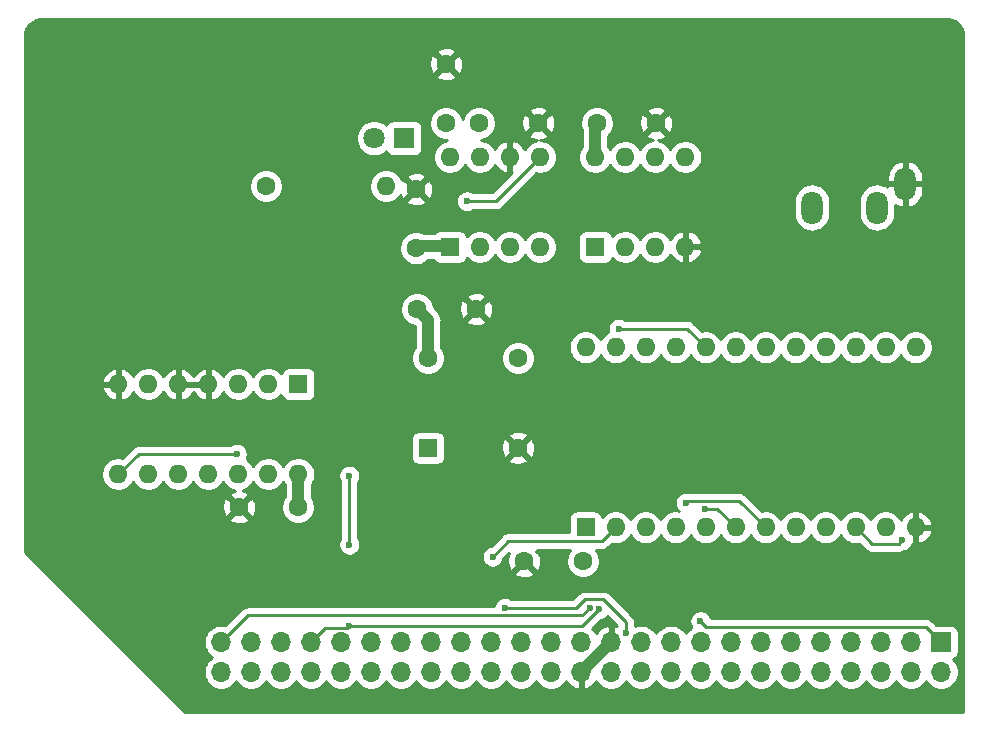
<source format=gbr>
%TF.GenerationSoftware,KiCad,Pcbnew,(5.1.10-1-10_14)*%
%TF.CreationDate,2021-09-21T22:11:24+02:00*%
%TF.ProjectId,opl2_board,6f706c32-5f62-46f6-9172-642e6b696361,rev?*%
%TF.SameCoordinates,Original*%
%TF.FileFunction,Copper,L2,Bot*%
%TF.FilePolarity,Positive*%
%FSLAX46Y46*%
G04 Gerber Fmt 4.6, Leading zero omitted, Abs format (unit mm)*
G04 Created by KiCad (PCBNEW (5.1.10-1-10_14)) date 2021-09-21 22:11:24*
%MOMM*%
%LPD*%
G01*
G04 APERTURE LIST*
%TA.AperFunction,ComponentPad*%
%ADD10O,1.600000X1.600000*%
%TD*%
%TA.AperFunction,ComponentPad*%
%ADD11C,1.600000*%
%TD*%
%TA.AperFunction,ComponentPad*%
%ADD12C,1.800000*%
%TD*%
%TA.AperFunction,ComponentPad*%
%ADD13R,1.800000X1.800000*%
%TD*%
%TA.AperFunction,ComponentPad*%
%ADD14R,1.600000X1.600000*%
%TD*%
%TA.AperFunction,ComponentPad*%
%ADD15O,1.800000X2.800000*%
%TD*%
%TA.AperFunction,ComponentPad*%
%ADD16O,1.700000X1.700000*%
%TD*%
%TA.AperFunction,ComponentPad*%
%ADD17R,1.700000X1.700000*%
%TD*%
%TA.AperFunction,ViaPad*%
%ADD18C,0.600000*%
%TD*%
%TA.AperFunction,Conductor*%
%ADD19C,1.000000*%
%TD*%
%TA.AperFunction,Conductor*%
%ADD20C,0.250000*%
%TD*%
%TA.AperFunction,Conductor*%
%ADD21C,0.254000*%
%TD*%
%TA.AperFunction,Conductor*%
%ADD22C,0.100000*%
%TD*%
G04 APERTURE END LIST*
D10*
%TO.P,R2,2*%
%TO.N,Net-(D2-Pad1)*%
X31242000Y45212000D03*
D11*
%TO.P,R2,1*%
%TO.N,~SLOT_SEL~*%
X21082000Y45212000D03*
%TD*%
D12*
%TO.P,D2,2*%
%TO.N,+5V*%
X30226000Y49276000D03*
D13*
%TO.P,D2,1*%
%TO.N,Net-(D2-Pad1)*%
X32766000Y49276000D03*
%TD*%
D11*
%TO.P,C7,2*%
%TO.N,+5V*%
X47926000Y13462000D03*
%TO.P,C7,1*%
%TO.N,GND*%
X42926000Y13462000D03*
%TD*%
%TO.P,C6,2*%
%TO.N,+5V*%
X49102000Y50546000D03*
%TO.P,C6,1*%
%TO.N,GND*%
X54102000Y50546000D03*
%TD*%
%TO.P,C5,2*%
%TO.N,GND*%
X36322000Y55546000D03*
%TO.P,C5,1*%
%TO.N,Net-(C5-Pad1)*%
X36322000Y50546000D03*
%TD*%
%TO.P,C4,2*%
%TO.N,GND*%
X44116000Y50546000D03*
%TO.P,C4,1*%
%TO.N,Net-(C4-Pad1)*%
X39116000Y50546000D03*
%TD*%
%TO.P,C3,2*%
%TO.N,+5V*%
X23796000Y18034000D03*
%TO.P,C3,1*%
%TO.N,GND*%
X18796000Y18034000D03*
%TD*%
%TO.P,C2,2*%
%TO.N,+5V*%
X33862000Y34798000D03*
%TO.P,C2,1*%
%TO.N,GND*%
X38862000Y34798000D03*
%TD*%
%TO.P,C1,2*%
%TO.N,+5V*%
X33782000Y39958000D03*
%TO.P,C1,1*%
%TO.N,GND*%
X33782000Y44958000D03*
%TD*%
%TO.P,X1,4*%
%TO.N,GND*%
X42418000Y23050500D03*
%TO.P,X1,5*%
%TO.N,Net-(U2-Pad24)*%
X42418000Y30670500D03*
%TO.P,X1,8*%
%TO.N,+5V*%
X34798000Y30670500D03*
D14*
%TO.P,X1,1*%
%TO.N,Net-(X1-Pad1)*%
X34798000Y23050500D03*
%TD*%
D10*
%TO.P,U4,8*%
%TO.N,+5V*%
X48958500Y47688500D03*
%TO.P,U4,4*%
%TO.N,GND*%
X56578500Y40068500D03*
%TO.P,U4,7*%
%TO.N,Net-(C5-Pad1)*%
X51498500Y47688500D03*
%TO.P,U4,3*%
%TO.N,Net-(U3-Pad2)*%
X54038500Y40068500D03*
%TO.P,U4,6*%
%TO.N,Net-(C5-Pad1)*%
X54038500Y47688500D03*
%TO.P,U4,2*%
%TO.N,Net-(J2-PadR)*%
X51498500Y40068500D03*
%TO.P,U4,5*%
%TO.N,Net-(C4-Pad1)*%
X56578500Y47688500D03*
D14*
%TO.P,U4,1*%
%TO.N,Net-(J2-PadR)*%
X48958500Y40068500D03*
%TD*%
D10*
%TO.P,U3,8*%
%TO.N,Net-(C5-Pad1)*%
X36639500Y47688500D03*
%TO.P,U3,4*%
%TO.N,Net-(U2-Pad21)*%
X44259500Y40068500D03*
%TO.P,U3,7*%
%TO.N,Net-(C4-Pad1)*%
X39179500Y47688500D03*
%TO.P,U3,3*%
%TO.N,Net-(U2-Pad20)*%
X41719500Y40068500D03*
%TO.P,U3,6*%
%TO.N,GND*%
X41719500Y47688500D03*
%TO.P,U3,2*%
%TO.N,Net-(U3-Pad2)*%
X39179500Y40068500D03*
%TO.P,U3,5*%
%TO.N,Net-(U2-Pad23)*%
X44259500Y47688500D03*
D14*
%TO.P,U3,1*%
%TO.N,+5V*%
X36639500Y40068500D03*
%TD*%
D10*
%TO.P,U2,24*%
%TO.N,Net-(U2-Pad24)*%
X48133000Y31559500D03*
%TO.P,U2,12*%
%TO.N,GND*%
X76073000Y16319500D03*
%TO.P,U2,23*%
%TO.N,Net-(U2-Pad23)*%
X50673000Y31559500D03*
%TO.P,U2,11*%
%TO.N,D1*%
X73533000Y16319500D03*
%TO.P,U2,22*%
%TO.N,N/C*%
X53213000Y31559500D03*
%TO.P,U2,10*%
%TO.N,D0*%
X70993000Y16319500D03*
%TO.P,U2,21*%
%TO.N,Net-(U2-Pad21)*%
X55753000Y31559500D03*
%TO.P,U2,9*%
%TO.N,N/C*%
X68453000Y16319500D03*
%TO.P,U2,20*%
%TO.N,Net-(U2-Pad20)*%
X58293000Y31559500D03*
%TO.P,U2,8*%
%TO.N,N/C*%
X65913000Y16319500D03*
%TO.P,U2,19*%
X60833000Y31559500D03*
%TO.P,U2,7*%
%TO.N,Net-(U1-Pad8)*%
X63373000Y16319500D03*
%TO.P,U2,18*%
%TO.N,D7*%
X63373000Y31559500D03*
%TO.P,U2,6*%
%TO.N,Net-(U1-Pad3)*%
X60833000Y16319500D03*
%TO.P,U2,17*%
%TO.N,D6*%
X65913000Y31559500D03*
%TO.P,U2,5*%
%TO.N,R~W~*%
X58293000Y16319500D03*
%TO.P,U2,16*%
%TO.N,D5*%
X68453000Y31559500D03*
%TO.P,U2,4*%
%TO.N,A0*%
X55753000Y16319500D03*
%TO.P,U2,15*%
%TO.N,D4*%
X70993000Y31559500D03*
%TO.P,U2,3*%
%TO.N,~RESET~*%
X53213000Y16319500D03*
%TO.P,U2,14*%
%TO.N,D3*%
X73533000Y31559500D03*
%TO.P,U2,2*%
%TO.N,~SLOT_IRQ~*%
X50673000Y16319500D03*
%TO.P,U2,13*%
%TO.N,D2*%
X76073000Y31559500D03*
D14*
%TO.P,U2,1*%
%TO.N,+5V*%
X48133000Y16319500D03*
%TD*%
D10*
%TO.P,U1,14*%
%TO.N,+5V*%
X23812500Y20828000D03*
%TO.P,U1,7*%
%TO.N,GND*%
X8572500Y28448000D03*
%TO.P,U1,13*%
%TO.N,~SLOT_SEL~*%
X21272500Y20828000D03*
%TO.P,U1,6*%
%TO.N,Net-(U1-Pad6)*%
X11112500Y28448000D03*
%TO.P,U1,12*%
%TO.N,~SLOT_SEL~*%
X18732500Y20828000D03*
%TO.P,U1,5*%
%TO.N,GND*%
X13652500Y28448000D03*
%TO.P,U1,11*%
%TO.N,Net-(U1-Pad10)*%
X16192500Y20828000D03*
%TO.P,U1,4*%
%TO.N,GND*%
X16192500Y28448000D03*
%TO.P,U1,10*%
%TO.N,Net-(U1-Pad10)*%
X13652500Y20828000D03*
%TO.P,U1,3*%
%TO.N,Net-(U1-Pad3)*%
X18732500Y28448000D03*
%TO.P,U1,9*%
%TO.N,CLK*%
X11112500Y20828000D03*
%TO.P,U1,2*%
%TO.N,R~W~*%
X21272500Y28448000D03*
%TO.P,U1,8*%
%TO.N,Net-(U1-Pad8)*%
X8572500Y20828000D03*
D14*
%TO.P,U1,1*%
%TO.N,R~W~*%
X23812500Y28448000D03*
%TD*%
D15*
%TO.P,J2,R*%
%TO.N,Net-(J2-PadR)*%
X67284000Y43402500D03*
%TO.P,J2,T*%
X72784000Y43402500D03*
%TO.P,J2,S*%
%TO.N,GND*%
X75184000Y45402500D03*
%TD*%
D16*
%TO.P,J1,50*%
%TO.N,~NMI~*%
X17272000Y4064000D03*
%TO.P,J1,49*%
%TO.N,~RESET~*%
X17272000Y6604000D03*
%TO.P,J1,48*%
%TO.N,~SLOT_IRQ~*%
X19812000Y4064000D03*
%TO.P,J1,47*%
%TO.N,SYNC*%
X19812000Y6604000D03*
%TO.P,J1,46*%
%TO.N,EX3*%
X22352000Y4064000D03*
%TO.P,J1,45*%
%TO.N,~IRQ~*%
X22352000Y6604000D03*
%TO.P,J1,44*%
%TO.N,EX2*%
X24892000Y4064000D03*
%TO.P,J1,43*%
%TO.N,R~W~*%
X24892000Y6604000D03*
%TO.P,J1,42*%
%TO.N,CLK_12M*%
X27432000Y4064000D03*
%TO.P,J1,41*%
%TO.N,CLK*%
X27432000Y6604000D03*
%TO.P,J1,40*%
%TO.N,LED4*%
X29972000Y4064000D03*
%TO.P,J1,39*%
%TO.N,BE*%
X29972000Y6604000D03*
%TO.P,J1,38*%
%TO.N,LED3*%
X32512000Y4064000D03*
%TO.P,J1,37*%
%TO.N,RDY*%
X32512000Y6604000D03*
%TO.P,J1,36*%
%TO.N,LED2*%
X35052000Y4064000D03*
%TO.P,J1,35*%
%TO.N,A15*%
X35052000Y6604000D03*
%TO.P,J1,34*%
%TO.N,LED1*%
X37592000Y4064000D03*
%TO.P,J1,33*%
%TO.N,A14*%
X37592000Y6604000D03*
%TO.P,J1,32*%
%TO.N,~SLOT_SEL~*%
X40132000Y4064000D03*
%TO.P,J1,31*%
%TO.N,A13*%
X40132000Y6604000D03*
%TO.P,J1,30*%
%TO.N,~INH~*%
X42672000Y4064000D03*
%TO.P,J1,29*%
%TO.N,A12*%
X42672000Y6604000D03*
%TO.P,J1,28*%
%TO.N,~SSEL~*%
X45212000Y4064000D03*
%TO.P,J1,27*%
%TO.N,A11*%
X45212000Y6604000D03*
%TO.P,J1,26*%
%TO.N,GND*%
X47752000Y4064000D03*
%TO.P,J1,25*%
%TO.N,+5V*%
X47752000Y6604000D03*
%TO.P,J1,24*%
X50292000Y4064000D03*
%TO.P,J1,23*%
%TO.N,GND*%
X50292000Y6604000D03*
%TO.P,J1,22*%
%TO.N,~SLOT_SEL~*%
X52832000Y4064000D03*
%TO.P,J1,21*%
%TO.N,A10*%
X52832000Y6604000D03*
%TO.P,J1,20*%
%TO.N,EX1*%
X55372000Y4064000D03*
%TO.P,J1,19*%
%TO.N,A9*%
X55372000Y6604000D03*
%TO.P,J1,18*%
%TO.N,EX0*%
X57912000Y4064000D03*
%TO.P,J1,17*%
%TO.N,A8*%
X57912000Y6604000D03*
%TO.P,J1,16*%
%TO.N,D7*%
X60452000Y4064000D03*
%TO.P,J1,15*%
%TO.N,A7*%
X60452000Y6604000D03*
%TO.P,J1,14*%
%TO.N,D6*%
X62992000Y4064000D03*
%TO.P,J1,13*%
%TO.N,A6*%
X62992000Y6604000D03*
%TO.P,J1,12*%
%TO.N,D5*%
X65532000Y4064000D03*
%TO.P,J1,11*%
%TO.N,A5*%
X65532000Y6604000D03*
%TO.P,J1,10*%
%TO.N,D4*%
X68072000Y4064000D03*
%TO.P,J1,9*%
%TO.N,A4*%
X68072000Y6604000D03*
%TO.P,J1,8*%
%TO.N,D3*%
X70612000Y4064000D03*
%TO.P,J1,7*%
%TO.N,A3*%
X70612000Y6604000D03*
%TO.P,J1,6*%
%TO.N,D2*%
X73152000Y4064000D03*
%TO.P,J1,5*%
%TO.N,A2*%
X73152000Y6604000D03*
%TO.P,J1,4*%
%TO.N,D1*%
X75692000Y4064000D03*
%TO.P,J1,3*%
%TO.N,A1*%
X75692000Y6604000D03*
%TO.P,J1,2*%
%TO.N,D0*%
X78232000Y4064000D03*
D17*
%TO.P,J1,1*%
%TO.N,A0*%
X78232000Y6604000D03*
%TD*%
D18*
%TO.N,D0*%
X74952011Y15239994D03*
%TO.N,A0*%
X57848500Y8382000D03*
%TO.N,~RESET~*%
X48482253Y9497922D03*
%TO.N,~SLOT_IRQ~*%
X40259000Y13843000D03*
%TO.N,R~W~*%
X28130500Y20701000D03*
X28067000Y7947935D03*
X28130500Y14868990D03*
X49276000Y9398000D03*
%TO.N,~SLOT_SEL~*%
X41307001Y9493501D03*
X51562000Y7366000D03*
%TO.N,Net-(U1-Pad3)*%
X58229500Y17907000D03*
%TO.N,Net-(U1-Pad8)*%
X18605500Y22542500D03*
X56642000Y18424990D03*
%TO.N,Net-(U2-Pad23)*%
X38100000Y43942000D03*
%TO.N,Net-(U2-Pad20)*%
X50927000Y33156990D03*
%TD*%
D19*
%TO.N,GND*%
X50292000Y6604000D02*
X47752000Y4064000D01*
%TO.N,+5V*%
X36603000Y40105000D02*
X36639500Y40068500D01*
X34353500Y40105000D02*
X36603000Y40105000D01*
X34798000Y33862000D02*
X34798000Y30670500D01*
X33862000Y34798000D02*
X34798000Y33862000D01*
X23812500Y18304500D02*
X23796000Y18288000D01*
X23812500Y20828000D02*
X23812500Y18304500D01*
X48931500Y50375500D02*
X49102000Y50546000D01*
X48931500Y47661500D02*
X48931500Y50375500D01*
D20*
%TO.N,D0*%
X70993000Y16319500D02*
X72372505Y14939995D01*
X72372505Y14939995D02*
X74652012Y14939995D01*
X74652012Y14939995D02*
X74952011Y15239994D01*
%TO.N,A0*%
X57848500Y8382000D02*
X57848500Y8382000D01*
X58356500Y7874000D02*
X57848500Y8382000D01*
X76962000Y7874000D02*
X58356500Y7874000D01*
X78232000Y6604000D02*
X76962000Y7874000D01*
%TO.N,~RESET~*%
X19536491Y8868491D02*
X47852822Y8868491D01*
X17272000Y6604000D02*
X19536491Y8868491D01*
X47852822Y8868491D02*
X48482253Y9497922D01*
%TO.N,~SLOT_IRQ~*%
X49530000Y15176500D02*
X50673000Y16319500D01*
X41592500Y15176500D02*
X49530000Y15176500D01*
X40259000Y13843000D02*
X41592500Y15176500D01*
%TO.N,R~W~*%
X24892000Y6604000D02*
X26108499Y7820499D01*
X27939564Y7820499D02*
X28067000Y7947935D01*
X26108499Y7820499D02*
X27939564Y7820499D01*
X28130500Y20701000D02*
X28130500Y14868990D01*
X28067000Y7947935D02*
X47825935Y7947935D01*
X47825935Y7947935D02*
X49276000Y9398000D01*
%TO.N,~SLOT_SEL~*%
X51562000Y8291002D02*
X51562000Y7366000D01*
X49634143Y10218859D02*
X51562000Y8291002D01*
X48064859Y10218859D02*
X49634143Y10218859D01*
X47339501Y9493501D02*
X48064859Y10218859D01*
X41307001Y9493501D02*
X47339501Y9493501D01*
%TO.N,Net-(U1-Pad3)*%
X60833000Y16319500D02*
X59245500Y17907000D01*
X59245500Y17907000D02*
X58229500Y17907000D01*
%TO.N,Net-(U1-Pad8)*%
X8572500Y20828000D02*
X10287000Y22542500D01*
X10287000Y22542500D02*
X18605500Y22542500D01*
X18605500Y22542500D02*
X18605500Y22542500D01*
X56759010Y18542000D02*
X56642000Y18424990D01*
X61150500Y18542000D02*
X56759010Y18542000D01*
X63373000Y16319500D02*
X61150500Y18542000D01*
%TO.N,Net-(U2-Pad23)*%
X44259500Y47688500D02*
X40513000Y43942000D01*
X40513000Y43942000D02*
X38100000Y43942000D01*
%TO.N,Net-(U2-Pad20)*%
X58293000Y31559500D02*
X56695510Y33156990D01*
X56695510Y33156990D02*
X50927000Y33156990D01*
%TD*%
D21*
%TO.N,GND*%
X2125353Y59386000D02*
X78646647Y59386000D01*
X78740956Y59395289D01*
X78903542Y59379347D01*
X79183018Y59294969D01*
X79440780Y59157915D01*
X79667015Y58973401D01*
X79853103Y58748460D01*
X79991956Y58491658D01*
X80078282Y58212781D01*
X80096365Y58040731D01*
X80087000Y57945646D01*
X80087001Y685000D01*
X14218381Y685000D01*
X8153121Y6750260D01*
X15787000Y6750260D01*
X15787000Y6457740D01*
X15844068Y6170842D01*
X15956010Y5900589D01*
X16118525Y5657368D01*
X16325368Y5450525D01*
X16499760Y5334000D01*
X16325368Y5217475D01*
X16118525Y5010632D01*
X15956010Y4767411D01*
X15844068Y4497158D01*
X15787000Y4210260D01*
X15787000Y3917740D01*
X15844068Y3630842D01*
X15956010Y3360589D01*
X16118525Y3117368D01*
X16325368Y2910525D01*
X16568589Y2748010D01*
X16838842Y2636068D01*
X17125740Y2579000D01*
X17418260Y2579000D01*
X17705158Y2636068D01*
X17975411Y2748010D01*
X18218632Y2910525D01*
X18425475Y3117368D01*
X18542000Y3291760D01*
X18658525Y3117368D01*
X18865368Y2910525D01*
X19108589Y2748010D01*
X19378842Y2636068D01*
X19665740Y2579000D01*
X19958260Y2579000D01*
X20245158Y2636068D01*
X20515411Y2748010D01*
X20758632Y2910525D01*
X20965475Y3117368D01*
X21082000Y3291760D01*
X21198525Y3117368D01*
X21405368Y2910525D01*
X21648589Y2748010D01*
X21918842Y2636068D01*
X22205740Y2579000D01*
X22498260Y2579000D01*
X22785158Y2636068D01*
X23055411Y2748010D01*
X23298632Y2910525D01*
X23505475Y3117368D01*
X23622000Y3291760D01*
X23738525Y3117368D01*
X23945368Y2910525D01*
X24188589Y2748010D01*
X24458842Y2636068D01*
X24745740Y2579000D01*
X25038260Y2579000D01*
X25325158Y2636068D01*
X25595411Y2748010D01*
X25838632Y2910525D01*
X26045475Y3117368D01*
X26162000Y3291760D01*
X26278525Y3117368D01*
X26485368Y2910525D01*
X26728589Y2748010D01*
X26998842Y2636068D01*
X27285740Y2579000D01*
X27578260Y2579000D01*
X27865158Y2636068D01*
X28135411Y2748010D01*
X28378632Y2910525D01*
X28585475Y3117368D01*
X28702000Y3291760D01*
X28818525Y3117368D01*
X29025368Y2910525D01*
X29268589Y2748010D01*
X29538842Y2636068D01*
X29825740Y2579000D01*
X30118260Y2579000D01*
X30405158Y2636068D01*
X30675411Y2748010D01*
X30918632Y2910525D01*
X31125475Y3117368D01*
X31242000Y3291760D01*
X31358525Y3117368D01*
X31565368Y2910525D01*
X31808589Y2748010D01*
X32078842Y2636068D01*
X32365740Y2579000D01*
X32658260Y2579000D01*
X32945158Y2636068D01*
X33215411Y2748010D01*
X33458632Y2910525D01*
X33665475Y3117368D01*
X33782000Y3291760D01*
X33898525Y3117368D01*
X34105368Y2910525D01*
X34348589Y2748010D01*
X34618842Y2636068D01*
X34905740Y2579000D01*
X35198260Y2579000D01*
X35485158Y2636068D01*
X35755411Y2748010D01*
X35998632Y2910525D01*
X36205475Y3117368D01*
X36322000Y3291760D01*
X36438525Y3117368D01*
X36645368Y2910525D01*
X36888589Y2748010D01*
X37158842Y2636068D01*
X37445740Y2579000D01*
X37738260Y2579000D01*
X38025158Y2636068D01*
X38295411Y2748010D01*
X38538632Y2910525D01*
X38745475Y3117368D01*
X38862000Y3291760D01*
X38978525Y3117368D01*
X39185368Y2910525D01*
X39428589Y2748010D01*
X39698842Y2636068D01*
X39985740Y2579000D01*
X40278260Y2579000D01*
X40565158Y2636068D01*
X40835411Y2748010D01*
X41078632Y2910525D01*
X41285475Y3117368D01*
X41402000Y3291760D01*
X41518525Y3117368D01*
X41725368Y2910525D01*
X41968589Y2748010D01*
X42238842Y2636068D01*
X42525740Y2579000D01*
X42818260Y2579000D01*
X43105158Y2636068D01*
X43375411Y2748010D01*
X43618632Y2910525D01*
X43825475Y3117368D01*
X43942000Y3291760D01*
X44058525Y3117368D01*
X44265368Y2910525D01*
X44508589Y2748010D01*
X44778842Y2636068D01*
X45065740Y2579000D01*
X45358260Y2579000D01*
X45645158Y2636068D01*
X45915411Y2748010D01*
X46158632Y2910525D01*
X46365475Y3117368D01*
X46487195Y3299534D01*
X46556822Y3182645D01*
X46751731Y2966412D01*
X46985080Y2792359D01*
X47247901Y2667175D01*
X47395110Y2622524D01*
X47625000Y2743845D01*
X47625000Y3937000D01*
X47605000Y3937000D01*
X47605000Y4191000D01*
X47625000Y4191000D01*
X47625000Y4211000D01*
X47879000Y4211000D01*
X47879000Y4191000D01*
X47899000Y4191000D01*
X47899000Y3937000D01*
X47879000Y3937000D01*
X47879000Y2743845D01*
X48108890Y2622524D01*
X48256099Y2667175D01*
X48518920Y2792359D01*
X48752269Y2966412D01*
X48947178Y3182645D01*
X49016805Y3299534D01*
X49138525Y3117368D01*
X49345368Y2910525D01*
X49588589Y2748010D01*
X49858842Y2636068D01*
X50145740Y2579000D01*
X50438260Y2579000D01*
X50725158Y2636068D01*
X50995411Y2748010D01*
X51238632Y2910525D01*
X51445475Y3117368D01*
X51562000Y3291760D01*
X51678525Y3117368D01*
X51885368Y2910525D01*
X52128589Y2748010D01*
X52398842Y2636068D01*
X52685740Y2579000D01*
X52978260Y2579000D01*
X53265158Y2636068D01*
X53535411Y2748010D01*
X53778632Y2910525D01*
X53985475Y3117368D01*
X54102000Y3291760D01*
X54218525Y3117368D01*
X54425368Y2910525D01*
X54668589Y2748010D01*
X54938842Y2636068D01*
X55225740Y2579000D01*
X55518260Y2579000D01*
X55805158Y2636068D01*
X56075411Y2748010D01*
X56318632Y2910525D01*
X56525475Y3117368D01*
X56642000Y3291760D01*
X56758525Y3117368D01*
X56965368Y2910525D01*
X57208589Y2748010D01*
X57478842Y2636068D01*
X57765740Y2579000D01*
X58058260Y2579000D01*
X58345158Y2636068D01*
X58615411Y2748010D01*
X58858632Y2910525D01*
X59065475Y3117368D01*
X59182000Y3291760D01*
X59298525Y3117368D01*
X59505368Y2910525D01*
X59748589Y2748010D01*
X60018842Y2636068D01*
X60305740Y2579000D01*
X60598260Y2579000D01*
X60885158Y2636068D01*
X61155411Y2748010D01*
X61398632Y2910525D01*
X61605475Y3117368D01*
X61722000Y3291760D01*
X61838525Y3117368D01*
X62045368Y2910525D01*
X62288589Y2748010D01*
X62558842Y2636068D01*
X62845740Y2579000D01*
X63138260Y2579000D01*
X63425158Y2636068D01*
X63695411Y2748010D01*
X63938632Y2910525D01*
X64145475Y3117368D01*
X64262000Y3291760D01*
X64378525Y3117368D01*
X64585368Y2910525D01*
X64828589Y2748010D01*
X65098842Y2636068D01*
X65385740Y2579000D01*
X65678260Y2579000D01*
X65965158Y2636068D01*
X66235411Y2748010D01*
X66478632Y2910525D01*
X66685475Y3117368D01*
X66802000Y3291760D01*
X66918525Y3117368D01*
X67125368Y2910525D01*
X67368589Y2748010D01*
X67638842Y2636068D01*
X67925740Y2579000D01*
X68218260Y2579000D01*
X68505158Y2636068D01*
X68775411Y2748010D01*
X69018632Y2910525D01*
X69225475Y3117368D01*
X69342000Y3291760D01*
X69458525Y3117368D01*
X69665368Y2910525D01*
X69908589Y2748010D01*
X70178842Y2636068D01*
X70465740Y2579000D01*
X70758260Y2579000D01*
X71045158Y2636068D01*
X71315411Y2748010D01*
X71558632Y2910525D01*
X71765475Y3117368D01*
X71882000Y3291760D01*
X71998525Y3117368D01*
X72205368Y2910525D01*
X72448589Y2748010D01*
X72718842Y2636068D01*
X73005740Y2579000D01*
X73298260Y2579000D01*
X73585158Y2636068D01*
X73855411Y2748010D01*
X74098632Y2910525D01*
X74305475Y3117368D01*
X74422000Y3291760D01*
X74538525Y3117368D01*
X74745368Y2910525D01*
X74988589Y2748010D01*
X75258842Y2636068D01*
X75545740Y2579000D01*
X75838260Y2579000D01*
X76125158Y2636068D01*
X76395411Y2748010D01*
X76638632Y2910525D01*
X76845475Y3117368D01*
X76962000Y3291760D01*
X77078525Y3117368D01*
X77285368Y2910525D01*
X77528589Y2748010D01*
X77798842Y2636068D01*
X78085740Y2579000D01*
X78378260Y2579000D01*
X78665158Y2636068D01*
X78935411Y2748010D01*
X79178632Y2910525D01*
X79385475Y3117368D01*
X79547990Y3360589D01*
X79659932Y3630842D01*
X79717000Y3917740D01*
X79717000Y4210260D01*
X79659932Y4497158D01*
X79547990Y4767411D01*
X79385475Y5010632D01*
X79253620Y5142487D01*
X79326180Y5164498D01*
X79436494Y5223463D01*
X79533185Y5302815D01*
X79612537Y5399506D01*
X79671502Y5509820D01*
X79707812Y5629518D01*
X79720072Y5754000D01*
X79720072Y7454000D01*
X79707812Y7578482D01*
X79671502Y7698180D01*
X79612537Y7808494D01*
X79533185Y7905185D01*
X79436494Y7984537D01*
X79326180Y8043502D01*
X79206482Y8079812D01*
X79082000Y8092072D01*
X77818729Y8092072D01*
X77525804Y8384997D01*
X77502001Y8414001D01*
X77386276Y8508974D01*
X77254247Y8579546D01*
X77110986Y8623003D01*
X76999333Y8634000D01*
X76999322Y8634000D01*
X76962000Y8637676D01*
X76924678Y8634000D01*
X58751691Y8634000D01*
X58747568Y8654729D01*
X58677086Y8824889D01*
X58574762Y8978028D01*
X58444528Y9108262D01*
X58291389Y9210586D01*
X58121229Y9281068D01*
X57940589Y9317000D01*
X57756411Y9317000D01*
X57575771Y9281068D01*
X57405611Y9210586D01*
X57252472Y9108262D01*
X57122238Y8978028D01*
X57019914Y8824889D01*
X56949432Y8654729D01*
X56913500Y8474089D01*
X56913500Y8289911D01*
X56949432Y8109271D01*
X57019914Y7939111D01*
X57086983Y7838735D01*
X56965368Y7757475D01*
X56758525Y7550632D01*
X56642000Y7376240D01*
X56525475Y7550632D01*
X56318632Y7757475D01*
X56075411Y7919990D01*
X55805158Y8031932D01*
X55518260Y8089000D01*
X55225740Y8089000D01*
X54938842Y8031932D01*
X54668589Y7919990D01*
X54425368Y7757475D01*
X54218525Y7550632D01*
X54102000Y7376240D01*
X53985475Y7550632D01*
X53778632Y7757475D01*
X53535411Y7919990D01*
X53265158Y8031932D01*
X52978260Y8089000D01*
X52685740Y8089000D01*
X52398842Y8031932D01*
X52322000Y8000103D01*
X52322000Y8253669D01*
X52325677Y8291002D01*
X52311003Y8439988D01*
X52267546Y8583249D01*
X52196974Y8715278D01*
X52154331Y8767239D01*
X52102001Y8831003D01*
X52073004Y8854800D01*
X50197947Y10729856D01*
X50174144Y10758860D01*
X50058419Y10853833D01*
X49926390Y10924405D01*
X49783129Y10967862D01*
X49671476Y10978859D01*
X49671465Y10978859D01*
X49634143Y10982535D01*
X49596821Y10978859D01*
X48102181Y10978859D01*
X48064858Y10982535D01*
X48027535Y10978859D01*
X48027526Y10978859D01*
X47915873Y10967862D01*
X47772612Y10924405D01*
X47640582Y10853833D01*
X47556942Y10785191D01*
X47524858Y10758860D01*
X47501060Y10729861D01*
X47024700Y10253501D01*
X41852536Y10253501D01*
X41749890Y10322087D01*
X41579730Y10392569D01*
X41399090Y10428501D01*
X41214912Y10428501D01*
X41034272Y10392569D01*
X40864112Y10322087D01*
X40710973Y10219763D01*
X40580739Y10089529D01*
X40478415Y9936390D01*
X40407933Y9766230D01*
X40380535Y9628491D01*
X19573814Y9628491D01*
X19536491Y9632167D01*
X19499168Y9628491D01*
X19499158Y9628491D01*
X19387505Y9617494D01*
X19244244Y9574037D01*
X19112214Y9503465D01*
X19071262Y9469856D01*
X18996490Y9408492D01*
X18972692Y9379494D01*
X17638408Y8045209D01*
X17418260Y8089000D01*
X17125740Y8089000D01*
X16838842Y8031932D01*
X16568589Y7919990D01*
X16325368Y7757475D01*
X16118525Y7550632D01*
X15956010Y7307411D01*
X15844068Y7037158D01*
X15787000Y6750260D01*
X8153121Y6750260D01*
X2434083Y12469298D01*
X42112903Y12469298D01*
X42184486Y12225329D01*
X42439996Y12104429D01*
X42714184Y12035700D01*
X42996512Y12021783D01*
X43276130Y12063213D01*
X43542292Y12158397D01*
X43667514Y12225329D01*
X43739097Y12469298D01*
X42926000Y13282395D01*
X42112903Y12469298D01*
X2434083Y12469298D01*
X685000Y14218380D01*
X685000Y17041298D01*
X17982903Y17041298D01*
X18054486Y16797329D01*
X18309996Y16676429D01*
X18584184Y16607700D01*
X18866512Y16593783D01*
X19146130Y16635213D01*
X19412292Y16730397D01*
X19537514Y16797329D01*
X19609097Y17041298D01*
X18796000Y17854395D01*
X17982903Y17041298D01*
X685000Y17041298D01*
X685000Y17963488D01*
X17355783Y17963488D01*
X17397213Y17683870D01*
X17492397Y17417708D01*
X17559329Y17292486D01*
X17803298Y17220903D01*
X18616395Y18034000D01*
X18975605Y18034000D01*
X19788702Y17220903D01*
X20032671Y17292486D01*
X20153571Y17547996D01*
X20222300Y17822184D01*
X20236217Y18104512D01*
X20194787Y18384130D01*
X20099603Y18650292D01*
X20032671Y18775514D01*
X19788702Y18847097D01*
X18975605Y18034000D01*
X18616395Y18034000D01*
X17803298Y18847097D01*
X17559329Y18775514D01*
X17438429Y18520004D01*
X17369700Y18245816D01*
X17355783Y17963488D01*
X685000Y17963488D01*
X685000Y20969335D01*
X7137500Y20969335D01*
X7137500Y20686665D01*
X7192647Y20409426D01*
X7300820Y20148273D01*
X7457863Y19913241D01*
X7657741Y19713363D01*
X7892773Y19556320D01*
X8153926Y19448147D01*
X8431165Y19393000D01*
X8713835Y19393000D01*
X8991074Y19448147D01*
X9252227Y19556320D01*
X9487259Y19713363D01*
X9687137Y19913241D01*
X9842500Y20145759D01*
X9997863Y19913241D01*
X10197741Y19713363D01*
X10432773Y19556320D01*
X10693926Y19448147D01*
X10971165Y19393000D01*
X11253835Y19393000D01*
X11531074Y19448147D01*
X11792227Y19556320D01*
X12027259Y19713363D01*
X12227137Y19913241D01*
X12382500Y20145759D01*
X12537863Y19913241D01*
X12737741Y19713363D01*
X12972773Y19556320D01*
X13233926Y19448147D01*
X13511165Y19393000D01*
X13793835Y19393000D01*
X14071074Y19448147D01*
X14332227Y19556320D01*
X14567259Y19713363D01*
X14767137Y19913241D01*
X14922500Y20145759D01*
X15077863Y19913241D01*
X15277741Y19713363D01*
X15512773Y19556320D01*
X15773926Y19448147D01*
X16051165Y19393000D01*
X16333835Y19393000D01*
X16611074Y19448147D01*
X16872227Y19556320D01*
X17107259Y19713363D01*
X17307137Y19913241D01*
X17462500Y20145759D01*
X17617863Y19913241D01*
X17817741Y19713363D01*
X18052773Y19556320D01*
X18313926Y19448147D01*
X18426310Y19425792D01*
X18179708Y19337603D01*
X18054486Y19270671D01*
X17982903Y19026702D01*
X18796000Y18213605D01*
X19609097Y19026702D01*
X19537514Y19270671D01*
X19282004Y19391571D01*
X19098232Y19437636D01*
X19151074Y19448147D01*
X19412227Y19556320D01*
X19647259Y19713363D01*
X19847137Y19913241D01*
X20002500Y20145759D01*
X20157863Y19913241D01*
X20357741Y19713363D01*
X20592773Y19556320D01*
X20853926Y19448147D01*
X21131165Y19393000D01*
X21413835Y19393000D01*
X21691074Y19448147D01*
X21952227Y19556320D01*
X22187259Y19713363D01*
X22387137Y19913241D01*
X22542500Y20145759D01*
X22677500Y19943716D01*
X22677501Y18942979D01*
X22524320Y18713727D01*
X22416147Y18452574D01*
X22361000Y18175335D01*
X22361000Y17892665D01*
X22416147Y17615426D01*
X22524320Y17354273D01*
X22681363Y17119241D01*
X22881241Y16919363D01*
X23116273Y16762320D01*
X23377426Y16654147D01*
X23654665Y16599000D01*
X23937335Y16599000D01*
X24214574Y16654147D01*
X24475727Y16762320D01*
X24710759Y16919363D01*
X24910637Y17119241D01*
X25067680Y17354273D01*
X25175853Y17615426D01*
X25231000Y17892665D01*
X25231000Y18175335D01*
X25175853Y18452574D01*
X25067680Y18713727D01*
X24947500Y18893589D01*
X24947500Y19943716D01*
X25084180Y20148273D01*
X25192353Y20409426D01*
X25247500Y20686665D01*
X25247500Y20793089D01*
X27195500Y20793089D01*
X27195500Y20608911D01*
X27231432Y20428271D01*
X27301914Y20258111D01*
X27370500Y20155464D01*
X27370501Y15414527D01*
X27301914Y15311879D01*
X27231432Y15141719D01*
X27195500Y14961079D01*
X27195500Y14776901D01*
X27231432Y14596261D01*
X27301914Y14426101D01*
X27404238Y14272962D01*
X27534472Y14142728D01*
X27687611Y14040404D01*
X27857771Y13969922D01*
X28038411Y13933990D01*
X28222589Y13933990D01*
X28228113Y13935089D01*
X39324000Y13935089D01*
X39324000Y13750911D01*
X39359932Y13570271D01*
X39430414Y13400111D01*
X39532738Y13246972D01*
X39662972Y13116738D01*
X39816111Y13014414D01*
X39986271Y12943932D01*
X40166911Y12908000D01*
X40351089Y12908000D01*
X40531729Y12943932D01*
X40701889Y13014414D01*
X40855028Y13116738D01*
X40985262Y13246972D01*
X41087586Y13400111D01*
X41158068Y13570271D01*
X41182153Y13691351D01*
X41684850Y14194049D01*
X41568429Y13948004D01*
X41499700Y13673816D01*
X41485783Y13391488D01*
X41527213Y13111870D01*
X41622397Y12845708D01*
X41689329Y12720486D01*
X41933298Y12648903D01*
X42746395Y13462000D01*
X42732253Y13476143D01*
X42911858Y13655748D01*
X42926000Y13641605D01*
X42940143Y13655748D01*
X43119748Y13476143D01*
X43105605Y13462000D01*
X43918702Y12648903D01*
X44162671Y12720486D01*
X44283571Y12975996D01*
X44352300Y13250184D01*
X44366217Y13532512D01*
X44324787Y13812130D01*
X44229603Y14078292D01*
X44162671Y14203514D01*
X43918704Y14275097D01*
X44034977Y14391370D01*
X44009847Y14416500D01*
X46851104Y14416500D01*
X46811363Y14376759D01*
X46654320Y14141727D01*
X46546147Y13880574D01*
X46491000Y13603335D01*
X46491000Y13320665D01*
X46546147Y13043426D01*
X46654320Y12782273D01*
X46811363Y12547241D01*
X47011241Y12347363D01*
X47246273Y12190320D01*
X47507426Y12082147D01*
X47784665Y12027000D01*
X48067335Y12027000D01*
X48344574Y12082147D01*
X48605727Y12190320D01*
X48840759Y12347363D01*
X49040637Y12547241D01*
X49197680Y12782273D01*
X49305853Y13043426D01*
X49361000Y13320665D01*
X49361000Y13603335D01*
X49305853Y13880574D01*
X49197680Y14141727D01*
X49040637Y14376759D01*
X49000896Y14416500D01*
X49492678Y14416500D01*
X49530000Y14412824D01*
X49567322Y14416500D01*
X49567333Y14416500D01*
X49678986Y14427497D01*
X49822247Y14470954D01*
X49954276Y14541526D01*
X50070001Y14636499D01*
X50093804Y14665502D01*
X50349113Y14920812D01*
X50531665Y14884500D01*
X50814335Y14884500D01*
X51091574Y14939647D01*
X51352727Y15047820D01*
X51587759Y15204863D01*
X51787637Y15404741D01*
X51943000Y15637259D01*
X52098363Y15404741D01*
X52298241Y15204863D01*
X52533273Y15047820D01*
X52794426Y14939647D01*
X53071665Y14884500D01*
X53354335Y14884500D01*
X53631574Y14939647D01*
X53892727Y15047820D01*
X54127759Y15204863D01*
X54327637Y15404741D01*
X54483000Y15637259D01*
X54638363Y15404741D01*
X54838241Y15204863D01*
X55073273Y15047820D01*
X55334426Y14939647D01*
X55611665Y14884500D01*
X55894335Y14884500D01*
X56171574Y14939647D01*
X56432727Y15047820D01*
X56667759Y15204863D01*
X56867637Y15404741D01*
X57023000Y15637259D01*
X57178363Y15404741D01*
X57378241Y15204863D01*
X57613273Y15047820D01*
X57874426Y14939647D01*
X58151665Y14884500D01*
X58434335Y14884500D01*
X58711574Y14939647D01*
X58972727Y15047820D01*
X59207759Y15204863D01*
X59407637Y15404741D01*
X59563000Y15637259D01*
X59718363Y15404741D01*
X59918241Y15204863D01*
X60153273Y15047820D01*
X60414426Y14939647D01*
X60691665Y14884500D01*
X60974335Y14884500D01*
X61251574Y14939647D01*
X61512727Y15047820D01*
X61747759Y15204863D01*
X61947637Y15404741D01*
X62103000Y15637259D01*
X62258363Y15404741D01*
X62458241Y15204863D01*
X62693273Y15047820D01*
X62954426Y14939647D01*
X63231665Y14884500D01*
X63514335Y14884500D01*
X63791574Y14939647D01*
X64052727Y15047820D01*
X64287759Y15204863D01*
X64487637Y15404741D01*
X64643000Y15637259D01*
X64798363Y15404741D01*
X64998241Y15204863D01*
X65233273Y15047820D01*
X65494426Y14939647D01*
X65771665Y14884500D01*
X66054335Y14884500D01*
X66331574Y14939647D01*
X66592727Y15047820D01*
X66827759Y15204863D01*
X67027637Y15404741D01*
X67183000Y15637259D01*
X67338363Y15404741D01*
X67538241Y15204863D01*
X67773273Y15047820D01*
X68034426Y14939647D01*
X68311665Y14884500D01*
X68594335Y14884500D01*
X68871574Y14939647D01*
X69132727Y15047820D01*
X69367759Y15204863D01*
X69567637Y15404741D01*
X69723000Y15637259D01*
X69878363Y15404741D01*
X70078241Y15204863D01*
X70313273Y15047820D01*
X70574426Y14939647D01*
X70851665Y14884500D01*
X71134335Y14884500D01*
X71316886Y14920812D01*
X71808706Y14428992D01*
X71832504Y14399994D01*
X71948229Y14305021D01*
X72080258Y14234449D01*
X72223519Y14190992D01*
X72335172Y14179995D01*
X72335180Y14179995D01*
X72372505Y14176319D01*
X72409830Y14179995D01*
X74614690Y14179995D01*
X74652012Y14176319D01*
X74689334Y14179995D01*
X74689345Y14179995D01*
X74800998Y14190992D01*
X74944259Y14234449D01*
X75076288Y14305021D01*
X75086542Y14313436D01*
X75224740Y14340926D01*
X75394900Y14411408D01*
X75548039Y14513732D01*
X75678273Y14643966D01*
X75780597Y14797105D01*
X75851079Y14967265D01*
X75857817Y15001137D01*
X75946000Y15049585D01*
X75946000Y16192500D01*
X76200000Y16192500D01*
X76200000Y15049585D01*
X76422039Y14927596D01*
X76556087Y14968254D01*
X76810420Y15088463D01*
X77036414Y15255981D01*
X77225385Y15464369D01*
X77370070Y15705619D01*
X77464909Y15970460D01*
X77343624Y16192500D01*
X76200000Y16192500D01*
X75946000Y16192500D01*
X75926000Y16192500D01*
X75926000Y16446500D01*
X75946000Y16446500D01*
X75946000Y17589415D01*
X76200000Y17589415D01*
X76200000Y16446500D01*
X77343624Y16446500D01*
X77464909Y16668540D01*
X77370070Y16933381D01*
X77225385Y17174631D01*
X77036414Y17383019D01*
X76810420Y17550537D01*
X76556087Y17670746D01*
X76422039Y17711404D01*
X76200000Y17589415D01*
X75946000Y17589415D01*
X75723961Y17711404D01*
X75589913Y17670746D01*
X75335580Y17550537D01*
X75109586Y17383019D01*
X74920615Y17174631D01*
X74809067Y16988635D01*
X74804680Y16999227D01*
X74647637Y17234259D01*
X74447759Y17434137D01*
X74212727Y17591180D01*
X73951574Y17699353D01*
X73674335Y17754500D01*
X73391665Y17754500D01*
X73114426Y17699353D01*
X72853273Y17591180D01*
X72618241Y17434137D01*
X72418363Y17234259D01*
X72263000Y17001741D01*
X72107637Y17234259D01*
X71907759Y17434137D01*
X71672727Y17591180D01*
X71411574Y17699353D01*
X71134335Y17754500D01*
X70851665Y17754500D01*
X70574426Y17699353D01*
X70313273Y17591180D01*
X70078241Y17434137D01*
X69878363Y17234259D01*
X69723000Y17001741D01*
X69567637Y17234259D01*
X69367759Y17434137D01*
X69132727Y17591180D01*
X68871574Y17699353D01*
X68594335Y17754500D01*
X68311665Y17754500D01*
X68034426Y17699353D01*
X67773273Y17591180D01*
X67538241Y17434137D01*
X67338363Y17234259D01*
X67183000Y17001741D01*
X67027637Y17234259D01*
X66827759Y17434137D01*
X66592727Y17591180D01*
X66331574Y17699353D01*
X66054335Y17754500D01*
X65771665Y17754500D01*
X65494426Y17699353D01*
X65233273Y17591180D01*
X64998241Y17434137D01*
X64798363Y17234259D01*
X64643000Y17001741D01*
X64487637Y17234259D01*
X64287759Y17434137D01*
X64052727Y17591180D01*
X63791574Y17699353D01*
X63514335Y17754500D01*
X63231665Y17754500D01*
X63049114Y17718188D01*
X61714304Y19052997D01*
X61690501Y19082001D01*
X61574776Y19176974D01*
X61442747Y19247546D01*
X61299486Y19291003D01*
X61187833Y19302000D01*
X61187822Y19302000D01*
X61150500Y19305676D01*
X61113178Y19302000D01*
X56967982Y19302000D01*
X56914729Y19324058D01*
X56734089Y19359990D01*
X56549911Y19359990D01*
X56369271Y19324058D01*
X56199111Y19253576D01*
X56045972Y19151252D01*
X55915738Y19021018D01*
X55813414Y18867879D01*
X55742932Y18697719D01*
X55707000Y18517079D01*
X55707000Y18332901D01*
X55742932Y18152261D01*
X55813414Y17982101D01*
X55915738Y17828962D01*
X56014004Y17730696D01*
X55894335Y17754500D01*
X55611665Y17754500D01*
X55334426Y17699353D01*
X55073273Y17591180D01*
X54838241Y17434137D01*
X54638363Y17234259D01*
X54483000Y17001741D01*
X54327637Y17234259D01*
X54127759Y17434137D01*
X53892727Y17591180D01*
X53631574Y17699353D01*
X53354335Y17754500D01*
X53071665Y17754500D01*
X52794426Y17699353D01*
X52533273Y17591180D01*
X52298241Y17434137D01*
X52098363Y17234259D01*
X51943000Y17001741D01*
X51787637Y17234259D01*
X51587759Y17434137D01*
X51352727Y17591180D01*
X51091574Y17699353D01*
X50814335Y17754500D01*
X50531665Y17754500D01*
X50254426Y17699353D01*
X49993273Y17591180D01*
X49758241Y17434137D01*
X49559643Y17235539D01*
X49558812Y17243982D01*
X49522502Y17363680D01*
X49463537Y17473994D01*
X49384185Y17570685D01*
X49287494Y17650037D01*
X49177180Y17709002D01*
X49057482Y17745312D01*
X48933000Y17757572D01*
X47333000Y17757572D01*
X47208518Y17745312D01*
X47088820Y17709002D01*
X46978506Y17650037D01*
X46881815Y17570685D01*
X46802463Y17473994D01*
X46743498Y17363680D01*
X46707188Y17243982D01*
X46694928Y17119500D01*
X46694928Y15936500D01*
X41629825Y15936500D01*
X41592500Y15940176D01*
X41555175Y15936500D01*
X41555167Y15936500D01*
X41443514Y15925503D01*
X41300253Y15882046D01*
X41168224Y15811474D01*
X41052499Y15716501D01*
X41028701Y15687503D01*
X40107351Y14766153D01*
X39986271Y14742068D01*
X39816111Y14671586D01*
X39662972Y14569262D01*
X39532738Y14439028D01*
X39430414Y14285889D01*
X39359932Y14115729D01*
X39324000Y13935089D01*
X28228113Y13935089D01*
X28403229Y13969922D01*
X28573389Y14040404D01*
X28726528Y14142728D01*
X28856762Y14272962D01*
X28959086Y14426101D01*
X29029568Y14596261D01*
X29065500Y14776901D01*
X29065500Y14961079D01*
X29029568Y15141719D01*
X28959086Y15311879D01*
X28890500Y15414525D01*
X28890500Y20155465D01*
X28959086Y20258111D01*
X29029568Y20428271D01*
X29065500Y20608911D01*
X29065500Y20793089D01*
X29029568Y20973729D01*
X28959086Y21143889D01*
X28856762Y21297028D01*
X28726528Y21427262D01*
X28573389Y21529586D01*
X28403229Y21600068D01*
X28222589Y21636000D01*
X28038411Y21636000D01*
X27857771Y21600068D01*
X27687611Y21529586D01*
X27534472Y21427262D01*
X27404238Y21297028D01*
X27301914Y21143889D01*
X27231432Y20973729D01*
X27195500Y20793089D01*
X25247500Y20793089D01*
X25247500Y20969335D01*
X25192353Y21246574D01*
X25084180Y21507727D01*
X24927137Y21742759D01*
X24727259Y21942637D01*
X24492227Y22099680D01*
X24231074Y22207853D01*
X23953835Y22263000D01*
X23671165Y22263000D01*
X23393926Y22207853D01*
X23132773Y22099680D01*
X22897741Y21942637D01*
X22697863Y21742759D01*
X22542500Y21510241D01*
X22387137Y21742759D01*
X22187259Y21942637D01*
X21952227Y22099680D01*
X21691074Y22207853D01*
X21413835Y22263000D01*
X21131165Y22263000D01*
X20853926Y22207853D01*
X20592773Y22099680D01*
X20357741Y21942637D01*
X20157863Y21742759D01*
X20002500Y21510241D01*
X19847137Y21742759D01*
X19647259Y21942637D01*
X19427371Y22089561D01*
X19434086Y22099611D01*
X19504568Y22269771D01*
X19540500Y22450411D01*
X19540500Y22634589D01*
X19504568Y22815229D01*
X19434086Y22985389D01*
X19331762Y23138528D01*
X19201528Y23268762D01*
X19048389Y23371086D01*
X18878229Y23441568D01*
X18697589Y23477500D01*
X18513411Y23477500D01*
X18332771Y23441568D01*
X18162611Y23371086D01*
X18059965Y23302500D01*
X10324322Y23302500D01*
X10286999Y23306176D01*
X10249676Y23302500D01*
X10249667Y23302500D01*
X10138014Y23291503D01*
X10041796Y23262316D01*
X9994753Y23248046D01*
X9862723Y23177474D01*
X9815268Y23138528D01*
X9746999Y23082501D01*
X9723201Y23053503D01*
X8896386Y22226688D01*
X8713835Y22263000D01*
X8431165Y22263000D01*
X8153926Y22207853D01*
X7892773Y22099680D01*
X7657741Y21942637D01*
X7457863Y21742759D01*
X7300820Y21507727D01*
X7192647Y21246574D01*
X7137500Y20969335D01*
X685000Y20969335D01*
X685000Y23850500D01*
X33359928Y23850500D01*
X33359928Y22250500D01*
X33372188Y22126018D01*
X33408498Y22006320D01*
X33467463Y21896006D01*
X33546815Y21799315D01*
X33643506Y21719963D01*
X33753820Y21660998D01*
X33873518Y21624688D01*
X33998000Y21612428D01*
X35598000Y21612428D01*
X35722482Y21624688D01*
X35842180Y21660998D01*
X35952494Y21719963D01*
X36049185Y21799315D01*
X36128537Y21896006D01*
X36187502Y22006320D01*
X36203117Y22057798D01*
X41604903Y22057798D01*
X41676486Y21813829D01*
X41931996Y21692929D01*
X42206184Y21624200D01*
X42488512Y21610283D01*
X42768130Y21651713D01*
X43034292Y21746897D01*
X43159514Y21813829D01*
X43231097Y22057798D01*
X42418000Y22870895D01*
X41604903Y22057798D01*
X36203117Y22057798D01*
X36223812Y22126018D01*
X36236072Y22250500D01*
X36236072Y22979988D01*
X40977783Y22979988D01*
X41019213Y22700370D01*
X41114397Y22434208D01*
X41181329Y22308986D01*
X41425298Y22237403D01*
X42238395Y23050500D01*
X42597605Y23050500D01*
X43410702Y22237403D01*
X43654671Y22308986D01*
X43775571Y22564496D01*
X43844300Y22838684D01*
X43858217Y23121012D01*
X43816787Y23400630D01*
X43721603Y23666792D01*
X43654671Y23792014D01*
X43410702Y23863597D01*
X42597605Y23050500D01*
X42238395Y23050500D01*
X41425298Y23863597D01*
X41181329Y23792014D01*
X41060429Y23536504D01*
X40991700Y23262316D01*
X40977783Y22979988D01*
X36236072Y22979988D01*
X36236072Y23850500D01*
X36223812Y23974982D01*
X36203118Y24043202D01*
X41604903Y24043202D01*
X42418000Y23230105D01*
X43231097Y24043202D01*
X43159514Y24287171D01*
X42904004Y24408071D01*
X42629816Y24476800D01*
X42347488Y24490717D01*
X42067870Y24449287D01*
X41801708Y24354103D01*
X41676486Y24287171D01*
X41604903Y24043202D01*
X36203118Y24043202D01*
X36187502Y24094680D01*
X36128537Y24204994D01*
X36049185Y24301685D01*
X35952494Y24381037D01*
X35842180Y24440002D01*
X35722482Y24476312D01*
X35598000Y24488572D01*
X33998000Y24488572D01*
X33873518Y24476312D01*
X33753820Y24440002D01*
X33643506Y24381037D01*
X33546815Y24301685D01*
X33467463Y24204994D01*
X33408498Y24094680D01*
X33372188Y23974982D01*
X33359928Y23850500D01*
X685000Y23850500D01*
X685000Y28098960D01*
X7180591Y28098960D01*
X7275430Y27834119D01*
X7420115Y27592869D01*
X7609086Y27384481D01*
X7835080Y27216963D01*
X8089413Y27096754D01*
X8223461Y27056096D01*
X8445500Y27178085D01*
X8445500Y28321000D01*
X7301876Y28321000D01*
X7180591Y28098960D01*
X685000Y28098960D01*
X685000Y28797040D01*
X7180591Y28797040D01*
X7301876Y28575000D01*
X8445500Y28575000D01*
X8445500Y29717915D01*
X8699500Y29717915D01*
X8699500Y28575000D01*
X8719500Y28575000D01*
X8719500Y28321000D01*
X8699500Y28321000D01*
X8699500Y27178085D01*
X8921539Y27056096D01*
X9055587Y27096754D01*
X9309920Y27216963D01*
X9535914Y27384481D01*
X9724885Y27592869D01*
X9836433Y27778865D01*
X9840820Y27768273D01*
X9997863Y27533241D01*
X10197741Y27333363D01*
X10432773Y27176320D01*
X10693926Y27068147D01*
X10971165Y27013000D01*
X11253835Y27013000D01*
X11531074Y27068147D01*
X11792227Y27176320D01*
X12027259Y27333363D01*
X12227137Y27533241D01*
X12384180Y27768273D01*
X12388567Y27778865D01*
X12500115Y27592869D01*
X12689086Y27384481D01*
X12915080Y27216963D01*
X13169413Y27096754D01*
X13303461Y27056096D01*
X13525500Y27178085D01*
X13525500Y28321000D01*
X13779500Y28321000D01*
X13779500Y27178085D01*
X14001539Y27056096D01*
X14135587Y27096754D01*
X14389920Y27216963D01*
X14615914Y27384481D01*
X14804885Y27592869D01*
X14922500Y27788982D01*
X15040115Y27592869D01*
X15229086Y27384481D01*
X15455080Y27216963D01*
X15709413Y27096754D01*
X15843461Y27056096D01*
X16065500Y27178085D01*
X16065500Y28321000D01*
X13779500Y28321000D01*
X13525500Y28321000D01*
X13505500Y28321000D01*
X13505500Y28575000D01*
X13525500Y28575000D01*
X13525500Y29717915D01*
X13779500Y29717915D01*
X13779500Y28575000D01*
X16065500Y28575000D01*
X16065500Y29717915D01*
X16319500Y29717915D01*
X16319500Y28575000D01*
X16339500Y28575000D01*
X16339500Y28321000D01*
X16319500Y28321000D01*
X16319500Y27178085D01*
X16541539Y27056096D01*
X16675587Y27096754D01*
X16929920Y27216963D01*
X17155914Y27384481D01*
X17344885Y27592869D01*
X17456433Y27778865D01*
X17460820Y27768273D01*
X17617863Y27533241D01*
X17817741Y27333363D01*
X18052773Y27176320D01*
X18313926Y27068147D01*
X18591165Y27013000D01*
X18873835Y27013000D01*
X19151074Y27068147D01*
X19412227Y27176320D01*
X19647259Y27333363D01*
X19847137Y27533241D01*
X20002500Y27765759D01*
X20157863Y27533241D01*
X20357741Y27333363D01*
X20592773Y27176320D01*
X20853926Y27068147D01*
X21131165Y27013000D01*
X21413835Y27013000D01*
X21691074Y27068147D01*
X21952227Y27176320D01*
X22187259Y27333363D01*
X22385857Y27531961D01*
X22386688Y27523518D01*
X22422998Y27403820D01*
X22481963Y27293506D01*
X22561315Y27196815D01*
X22658006Y27117463D01*
X22768320Y27058498D01*
X22888018Y27022188D01*
X23012500Y27009928D01*
X24612500Y27009928D01*
X24736982Y27022188D01*
X24856680Y27058498D01*
X24966994Y27117463D01*
X25063685Y27196815D01*
X25143037Y27293506D01*
X25202002Y27403820D01*
X25238312Y27523518D01*
X25250572Y27648000D01*
X25250572Y29248000D01*
X25238312Y29372482D01*
X25202002Y29492180D01*
X25143037Y29602494D01*
X25063685Y29699185D01*
X24966994Y29778537D01*
X24856680Y29837502D01*
X24736982Y29873812D01*
X24612500Y29886072D01*
X23012500Y29886072D01*
X22888018Y29873812D01*
X22768320Y29837502D01*
X22658006Y29778537D01*
X22561315Y29699185D01*
X22481963Y29602494D01*
X22422998Y29492180D01*
X22386688Y29372482D01*
X22385857Y29364039D01*
X22187259Y29562637D01*
X21952227Y29719680D01*
X21691074Y29827853D01*
X21413835Y29883000D01*
X21131165Y29883000D01*
X20853926Y29827853D01*
X20592773Y29719680D01*
X20357741Y29562637D01*
X20157863Y29362759D01*
X20002500Y29130241D01*
X19847137Y29362759D01*
X19647259Y29562637D01*
X19412227Y29719680D01*
X19151074Y29827853D01*
X18873835Y29883000D01*
X18591165Y29883000D01*
X18313926Y29827853D01*
X18052773Y29719680D01*
X17817741Y29562637D01*
X17617863Y29362759D01*
X17460820Y29127727D01*
X17456433Y29117135D01*
X17344885Y29303131D01*
X17155914Y29511519D01*
X16929920Y29679037D01*
X16675587Y29799246D01*
X16541539Y29839904D01*
X16319500Y29717915D01*
X16065500Y29717915D01*
X15843461Y29839904D01*
X15709413Y29799246D01*
X15455080Y29679037D01*
X15229086Y29511519D01*
X15040115Y29303131D01*
X14922500Y29107018D01*
X14804885Y29303131D01*
X14615914Y29511519D01*
X14389920Y29679037D01*
X14135587Y29799246D01*
X14001539Y29839904D01*
X13779500Y29717915D01*
X13525500Y29717915D01*
X13303461Y29839904D01*
X13169413Y29799246D01*
X12915080Y29679037D01*
X12689086Y29511519D01*
X12500115Y29303131D01*
X12388567Y29117135D01*
X12384180Y29127727D01*
X12227137Y29362759D01*
X12027259Y29562637D01*
X11792227Y29719680D01*
X11531074Y29827853D01*
X11253835Y29883000D01*
X10971165Y29883000D01*
X10693926Y29827853D01*
X10432773Y29719680D01*
X10197741Y29562637D01*
X9997863Y29362759D01*
X9840820Y29127727D01*
X9836433Y29117135D01*
X9724885Y29303131D01*
X9535914Y29511519D01*
X9309920Y29679037D01*
X9055587Y29799246D01*
X8921539Y29839904D01*
X8699500Y29717915D01*
X8445500Y29717915D01*
X8223461Y29839904D01*
X8089413Y29799246D01*
X7835080Y29679037D01*
X7609086Y29511519D01*
X7420115Y29303131D01*
X7275430Y29061881D01*
X7180591Y28797040D01*
X685000Y28797040D01*
X685000Y34939335D01*
X32427000Y34939335D01*
X32427000Y34656665D01*
X32482147Y34379426D01*
X32590320Y34118273D01*
X32747363Y33883241D01*
X32947241Y33683363D01*
X33182273Y33526320D01*
X33443426Y33418147D01*
X33663000Y33374470D01*
X33663001Y31554785D01*
X33526320Y31350227D01*
X33418147Y31089074D01*
X33363000Y30811835D01*
X33363000Y30529165D01*
X33418147Y30251926D01*
X33526320Y29990773D01*
X33683363Y29755741D01*
X33883241Y29555863D01*
X34118273Y29398820D01*
X34379426Y29290647D01*
X34656665Y29235500D01*
X34939335Y29235500D01*
X35216574Y29290647D01*
X35477727Y29398820D01*
X35712759Y29555863D01*
X35912637Y29755741D01*
X36069680Y29990773D01*
X36177853Y30251926D01*
X36233000Y30529165D01*
X36233000Y30811835D01*
X40983000Y30811835D01*
X40983000Y30529165D01*
X41038147Y30251926D01*
X41146320Y29990773D01*
X41303363Y29755741D01*
X41503241Y29555863D01*
X41738273Y29398820D01*
X41999426Y29290647D01*
X42276665Y29235500D01*
X42559335Y29235500D01*
X42836574Y29290647D01*
X43097727Y29398820D01*
X43332759Y29555863D01*
X43532637Y29755741D01*
X43689680Y29990773D01*
X43797853Y30251926D01*
X43853000Y30529165D01*
X43853000Y30811835D01*
X43797853Y31089074D01*
X43689680Y31350227D01*
X43532637Y31585259D01*
X43417061Y31700835D01*
X46698000Y31700835D01*
X46698000Y31418165D01*
X46753147Y31140926D01*
X46861320Y30879773D01*
X47018363Y30644741D01*
X47218241Y30444863D01*
X47453273Y30287820D01*
X47714426Y30179647D01*
X47991665Y30124500D01*
X48274335Y30124500D01*
X48551574Y30179647D01*
X48812727Y30287820D01*
X49047759Y30444863D01*
X49247637Y30644741D01*
X49403000Y30877259D01*
X49558363Y30644741D01*
X49758241Y30444863D01*
X49993273Y30287820D01*
X50254426Y30179647D01*
X50531665Y30124500D01*
X50814335Y30124500D01*
X51091574Y30179647D01*
X51352727Y30287820D01*
X51587759Y30444863D01*
X51787637Y30644741D01*
X51943000Y30877259D01*
X52098363Y30644741D01*
X52298241Y30444863D01*
X52533273Y30287820D01*
X52794426Y30179647D01*
X53071665Y30124500D01*
X53354335Y30124500D01*
X53631574Y30179647D01*
X53892727Y30287820D01*
X54127759Y30444863D01*
X54327637Y30644741D01*
X54483000Y30877259D01*
X54638363Y30644741D01*
X54838241Y30444863D01*
X55073273Y30287820D01*
X55334426Y30179647D01*
X55611665Y30124500D01*
X55894335Y30124500D01*
X56171574Y30179647D01*
X56432727Y30287820D01*
X56667759Y30444863D01*
X56867637Y30644741D01*
X57023000Y30877259D01*
X57178363Y30644741D01*
X57378241Y30444863D01*
X57613273Y30287820D01*
X57874426Y30179647D01*
X58151665Y30124500D01*
X58434335Y30124500D01*
X58711574Y30179647D01*
X58972727Y30287820D01*
X59207759Y30444863D01*
X59407637Y30644741D01*
X59563000Y30877259D01*
X59718363Y30644741D01*
X59918241Y30444863D01*
X60153273Y30287820D01*
X60414426Y30179647D01*
X60691665Y30124500D01*
X60974335Y30124500D01*
X61251574Y30179647D01*
X61512727Y30287820D01*
X61747759Y30444863D01*
X61947637Y30644741D01*
X62103000Y30877259D01*
X62258363Y30644741D01*
X62458241Y30444863D01*
X62693273Y30287820D01*
X62954426Y30179647D01*
X63231665Y30124500D01*
X63514335Y30124500D01*
X63791574Y30179647D01*
X64052727Y30287820D01*
X64287759Y30444863D01*
X64487637Y30644741D01*
X64643000Y30877259D01*
X64798363Y30644741D01*
X64998241Y30444863D01*
X65233273Y30287820D01*
X65494426Y30179647D01*
X65771665Y30124500D01*
X66054335Y30124500D01*
X66331574Y30179647D01*
X66592727Y30287820D01*
X66827759Y30444863D01*
X67027637Y30644741D01*
X67183000Y30877259D01*
X67338363Y30644741D01*
X67538241Y30444863D01*
X67773273Y30287820D01*
X68034426Y30179647D01*
X68311665Y30124500D01*
X68594335Y30124500D01*
X68871574Y30179647D01*
X69132727Y30287820D01*
X69367759Y30444863D01*
X69567637Y30644741D01*
X69723000Y30877259D01*
X69878363Y30644741D01*
X70078241Y30444863D01*
X70313273Y30287820D01*
X70574426Y30179647D01*
X70851665Y30124500D01*
X71134335Y30124500D01*
X71411574Y30179647D01*
X71672727Y30287820D01*
X71907759Y30444863D01*
X72107637Y30644741D01*
X72263000Y30877259D01*
X72418363Y30644741D01*
X72618241Y30444863D01*
X72853273Y30287820D01*
X73114426Y30179647D01*
X73391665Y30124500D01*
X73674335Y30124500D01*
X73951574Y30179647D01*
X74212727Y30287820D01*
X74447759Y30444863D01*
X74647637Y30644741D01*
X74803000Y30877259D01*
X74958363Y30644741D01*
X75158241Y30444863D01*
X75393273Y30287820D01*
X75654426Y30179647D01*
X75931665Y30124500D01*
X76214335Y30124500D01*
X76491574Y30179647D01*
X76752727Y30287820D01*
X76987759Y30444863D01*
X77187637Y30644741D01*
X77344680Y30879773D01*
X77452853Y31140926D01*
X77508000Y31418165D01*
X77508000Y31700835D01*
X77452853Y31978074D01*
X77344680Y32239227D01*
X77187637Y32474259D01*
X76987759Y32674137D01*
X76752727Y32831180D01*
X76491574Y32939353D01*
X76214335Y32994500D01*
X75931665Y32994500D01*
X75654426Y32939353D01*
X75393273Y32831180D01*
X75158241Y32674137D01*
X74958363Y32474259D01*
X74803000Y32241741D01*
X74647637Y32474259D01*
X74447759Y32674137D01*
X74212727Y32831180D01*
X73951574Y32939353D01*
X73674335Y32994500D01*
X73391665Y32994500D01*
X73114426Y32939353D01*
X72853273Y32831180D01*
X72618241Y32674137D01*
X72418363Y32474259D01*
X72263000Y32241741D01*
X72107637Y32474259D01*
X71907759Y32674137D01*
X71672727Y32831180D01*
X71411574Y32939353D01*
X71134335Y32994500D01*
X70851665Y32994500D01*
X70574426Y32939353D01*
X70313273Y32831180D01*
X70078241Y32674137D01*
X69878363Y32474259D01*
X69723000Y32241741D01*
X69567637Y32474259D01*
X69367759Y32674137D01*
X69132727Y32831180D01*
X68871574Y32939353D01*
X68594335Y32994500D01*
X68311665Y32994500D01*
X68034426Y32939353D01*
X67773273Y32831180D01*
X67538241Y32674137D01*
X67338363Y32474259D01*
X67183000Y32241741D01*
X67027637Y32474259D01*
X66827759Y32674137D01*
X66592727Y32831180D01*
X66331574Y32939353D01*
X66054335Y32994500D01*
X65771665Y32994500D01*
X65494426Y32939353D01*
X65233273Y32831180D01*
X64998241Y32674137D01*
X64798363Y32474259D01*
X64643000Y32241741D01*
X64487637Y32474259D01*
X64287759Y32674137D01*
X64052727Y32831180D01*
X63791574Y32939353D01*
X63514335Y32994500D01*
X63231665Y32994500D01*
X62954426Y32939353D01*
X62693273Y32831180D01*
X62458241Y32674137D01*
X62258363Y32474259D01*
X62103000Y32241741D01*
X61947637Y32474259D01*
X61747759Y32674137D01*
X61512727Y32831180D01*
X61251574Y32939353D01*
X60974335Y32994500D01*
X60691665Y32994500D01*
X60414426Y32939353D01*
X60153273Y32831180D01*
X59918241Y32674137D01*
X59718363Y32474259D01*
X59563000Y32241741D01*
X59407637Y32474259D01*
X59207759Y32674137D01*
X58972727Y32831180D01*
X58711574Y32939353D01*
X58434335Y32994500D01*
X58151665Y32994500D01*
X57969114Y32958188D01*
X57259314Y33667987D01*
X57235511Y33696991D01*
X57119786Y33791964D01*
X56987757Y33862536D01*
X56844496Y33905993D01*
X56732843Y33916990D01*
X56732832Y33916990D01*
X56695510Y33920666D01*
X56658188Y33916990D01*
X51472535Y33916990D01*
X51369889Y33985576D01*
X51199729Y34056058D01*
X51019089Y34091990D01*
X50834911Y34091990D01*
X50654271Y34056058D01*
X50484111Y33985576D01*
X50330972Y33883252D01*
X50200738Y33753018D01*
X50098414Y33599879D01*
X50027932Y33429719D01*
X49992000Y33249079D01*
X49992000Y33064901D01*
X50027932Y32884261D01*
X50041623Y32851207D01*
X49993273Y32831180D01*
X49758241Y32674137D01*
X49558363Y32474259D01*
X49403000Y32241741D01*
X49247637Y32474259D01*
X49047759Y32674137D01*
X48812727Y32831180D01*
X48551574Y32939353D01*
X48274335Y32994500D01*
X47991665Y32994500D01*
X47714426Y32939353D01*
X47453273Y32831180D01*
X47218241Y32674137D01*
X47018363Y32474259D01*
X46861320Y32239227D01*
X46753147Y31978074D01*
X46698000Y31700835D01*
X43417061Y31700835D01*
X43332759Y31785137D01*
X43097727Y31942180D01*
X42836574Y32050353D01*
X42559335Y32105500D01*
X42276665Y32105500D01*
X41999426Y32050353D01*
X41738273Y31942180D01*
X41503241Y31785137D01*
X41303363Y31585259D01*
X41146320Y31350227D01*
X41038147Y31089074D01*
X40983000Y30811835D01*
X36233000Y30811835D01*
X36177853Y31089074D01*
X36069680Y31350227D01*
X35933000Y31554784D01*
X35933000Y33805298D01*
X38048903Y33805298D01*
X38120486Y33561329D01*
X38375996Y33440429D01*
X38650184Y33371700D01*
X38932512Y33357783D01*
X39212130Y33399213D01*
X39478292Y33494397D01*
X39603514Y33561329D01*
X39675097Y33805298D01*
X38862000Y34618395D01*
X38048903Y33805298D01*
X35933000Y33805298D01*
X35933000Y33806248D01*
X35938491Y33862000D01*
X35916577Y34084499D01*
X35851676Y34298447D01*
X35746284Y34495623D01*
X35604449Y34668449D01*
X35561140Y34703992D01*
X35537644Y34727488D01*
X37421783Y34727488D01*
X37463213Y34447870D01*
X37558397Y34181708D01*
X37625329Y34056486D01*
X37869298Y33984903D01*
X38682395Y34798000D01*
X39041605Y34798000D01*
X39854702Y33984903D01*
X40098671Y34056486D01*
X40219571Y34311996D01*
X40288300Y34586184D01*
X40302217Y34868512D01*
X40260787Y35148130D01*
X40165603Y35414292D01*
X40098671Y35539514D01*
X39854702Y35611097D01*
X39041605Y34798000D01*
X38682395Y34798000D01*
X37869298Y35611097D01*
X37625329Y35539514D01*
X37504429Y35284004D01*
X37435700Y35009816D01*
X37421783Y34727488D01*
X35537644Y34727488D01*
X35289850Y34975282D01*
X35241853Y35216574D01*
X35133680Y35477727D01*
X34976637Y35712759D01*
X34898694Y35790702D01*
X38048903Y35790702D01*
X38862000Y34977605D01*
X39675097Y35790702D01*
X39603514Y36034671D01*
X39348004Y36155571D01*
X39073816Y36224300D01*
X38791488Y36238217D01*
X38511870Y36196787D01*
X38245708Y36101603D01*
X38120486Y36034671D01*
X38048903Y35790702D01*
X34898694Y35790702D01*
X34776759Y35912637D01*
X34541727Y36069680D01*
X34280574Y36177853D01*
X34003335Y36233000D01*
X33720665Y36233000D01*
X33443426Y36177853D01*
X33182273Y36069680D01*
X32947241Y35912637D01*
X32747363Y35712759D01*
X32590320Y35477727D01*
X32482147Y35216574D01*
X32427000Y34939335D01*
X685000Y34939335D01*
X685000Y40099335D01*
X32347000Y40099335D01*
X32347000Y39816665D01*
X32402147Y39539426D01*
X32510320Y39278273D01*
X32667363Y39043241D01*
X32867241Y38843363D01*
X33102273Y38686320D01*
X33363426Y38578147D01*
X33640665Y38523000D01*
X33923335Y38523000D01*
X34200574Y38578147D01*
X34461727Y38686320D01*
X34696759Y38843363D01*
X34823396Y38970000D01*
X35279033Y38970000D01*
X35308963Y38914006D01*
X35388315Y38817315D01*
X35485006Y38737963D01*
X35595320Y38678998D01*
X35715018Y38642688D01*
X35839500Y38630428D01*
X37439500Y38630428D01*
X37563982Y38642688D01*
X37683680Y38678998D01*
X37793994Y38737963D01*
X37890685Y38817315D01*
X37970037Y38914006D01*
X38029002Y39024320D01*
X38065312Y39144018D01*
X38066143Y39152461D01*
X38264741Y38953863D01*
X38499773Y38796820D01*
X38760926Y38688647D01*
X39038165Y38633500D01*
X39320835Y38633500D01*
X39598074Y38688647D01*
X39859227Y38796820D01*
X40094259Y38953863D01*
X40294137Y39153741D01*
X40449500Y39386259D01*
X40604863Y39153741D01*
X40804741Y38953863D01*
X41039773Y38796820D01*
X41300926Y38688647D01*
X41578165Y38633500D01*
X41860835Y38633500D01*
X42138074Y38688647D01*
X42399227Y38796820D01*
X42634259Y38953863D01*
X42834137Y39153741D01*
X42989500Y39386259D01*
X43144863Y39153741D01*
X43344741Y38953863D01*
X43579773Y38796820D01*
X43840926Y38688647D01*
X44118165Y38633500D01*
X44400835Y38633500D01*
X44678074Y38688647D01*
X44939227Y38796820D01*
X45174259Y38953863D01*
X45374137Y39153741D01*
X45531180Y39388773D01*
X45639353Y39649926D01*
X45694500Y39927165D01*
X45694500Y40209835D01*
X45639353Y40487074D01*
X45531180Y40748227D01*
X45450817Y40868500D01*
X47520428Y40868500D01*
X47520428Y39268500D01*
X47532688Y39144018D01*
X47568998Y39024320D01*
X47627963Y38914006D01*
X47707315Y38817315D01*
X47804006Y38737963D01*
X47914320Y38678998D01*
X48034018Y38642688D01*
X48158500Y38630428D01*
X49758500Y38630428D01*
X49882982Y38642688D01*
X50002680Y38678998D01*
X50112994Y38737963D01*
X50209685Y38817315D01*
X50289037Y38914006D01*
X50348002Y39024320D01*
X50384312Y39144018D01*
X50385143Y39152461D01*
X50583741Y38953863D01*
X50818773Y38796820D01*
X51079926Y38688647D01*
X51357165Y38633500D01*
X51639835Y38633500D01*
X51917074Y38688647D01*
X52178227Y38796820D01*
X52413259Y38953863D01*
X52613137Y39153741D01*
X52768500Y39386259D01*
X52923863Y39153741D01*
X53123741Y38953863D01*
X53358773Y38796820D01*
X53619926Y38688647D01*
X53897165Y38633500D01*
X54179835Y38633500D01*
X54457074Y38688647D01*
X54718227Y38796820D01*
X54953259Y38953863D01*
X55153137Y39153741D01*
X55310180Y39388773D01*
X55314567Y39399365D01*
X55426115Y39213369D01*
X55615086Y39004981D01*
X55841080Y38837463D01*
X56095413Y38717254D01*
X56229461Y38676596D01*
X56451500Y38798585D01*
X56451500Y39941500D01*
X56705500Y39941500D01*
X56705500Y38798585D01*
X56927539Y38676596D01*
X57061587Y38717254D01*
X57315920Y38837463D01*
X57541914Y39004981D01*
X57730885Y39213369D01*
X57875570Y39454619D01*
X57970409Y39719460D01*
X57849124Y39941500D01*
X56705500Y39941500D01*
X56451500Y39941500D01*
X56431500Y39941500D01*
X56431500Y40195500D01*
X56451500Y40195500D01*
X56451500Y41338415D01*
X56705500Y41338415D01*
X56705500Y40195500D01*
X57849124Y40195500D01*
X57970409Y40417540D01*
X57875570Y40682381D01*
X57730885Y40923631D01*
X57541914Y41132019D01*
X57315920Y41299537D01*
X57061587Y41419746D01*
X56927539Y41460404D01*
X56705500Y41338415D01*
X56451500Y41338415D01*
X56229461Y41460404D01*
X56095413Y41419746D01*
X55841080Y41299537D01*
X55615086Y41132019D01*
X55426115Y40923631D01*
X55314567Y40737635D01*
X55310180Y40748227D01*
X55153137Y40983259D01*
X54953259Y41183137D01*
X54718227Y41340180D01*
X54457074Y41448353D01*
X54179835Y41503500D01*
X53897165Y41503500D01*
X53619926Y41448353D01*
X53358773Y41340180D01*
X53123741Y41183137D01*
X52923863Y40983259D01*
X52768500Y40750741D01*
X52613137Y40983259D01*
X52413259Y41183137D01*
X52178227Y41340180D01*
X51917074Y41448353D01*
X51639835Y41503500D01*
X51357165Y41503500D01*
X51079926Y41448353D01*
X50818773Y41340180D01*
X50583741Y41183137D01*
X50385143Y40984539D01*
X50384312Y40992982D01*
X50348002Y41112680D01*
X50289037Y41222994D01*
X50209685Y41319685D01*
X50112994Y41399037D01*
X50002680Y41458002D01*
X49882982Y41494312D01*
X49758500Y41506572D01*
X48158500Y41506572D01*
X48034018Y41494312D01*
X47914320Y41458002D01*
X47804006Y41399037D01*
X47707315Y41319685D01*
X47627963Y41222994D01*
X47568998Y41112680D01*
X47532688Y40992982D01*
X47520428Y40868500D01*
X45450817Y40868500D01*
X45374137Y40983259D01*
X45174259Y41183137D01*
X44939227Y41340180D01*
X44678074Y41448353D01*
X44400835Y41503500D01*
X44118165Y41503500D01*
X43840926Y41448353D01*
X43579773Y41340180D01*
X43344741Y41183137D01*
X43144863Y40983259D01*
X42989500Y40750741D01*
X42834137Y40983259D01*
X42634259Y41183137D01*
X42399227Y41340180D01*
X42138074Y41448353D01*
X41860835Y41503500D01*
X41578165Y41503500D01*
X41300926Y41448353D01*
X41039773Y41340180D01*
X40804741Y41183137D01*
X40604863Y40983259D01*
X40449500Y40750741D01*
X40294137Y40983259D01*
X40094259Y41183137D01*
X39859227Y41340180D01*
X39598074Y41448353D01*
X39320835Y41503500D01*
X39038165Y41503500D01*
X38760926Y41448353D01*
X38499773Y41340180D01*
X38264741Y41183137D01*
X38066143Y40984539D01*
X38065312Y40992982D01*
X38029002Y41112680D01*
X37970037Y41222994D01*
X37890685Y41319685D01*
X37793994Y41399037D01*
X37683680Y41458002D01*
X37563982Y41494312D01*
X37439500Y41506572D01*
X35839500Y41506572D01*
X35715018Y41494312D01*
X35595320Y41458002D01*
X35485006Y41399037D01*
X35388315Y41319685D01*
X35322919Y41240000D01*
X34436812Y41240000D01*
X34200574Y41337853D01*
X33923335Y41393000D01*
X33640665Y41393000D01*
X33363426Y41337853D01*
X33102273Y41229680D01*
X32867241Y41072637D01*
X32667363Y40872759D01*
X32510320Y40637727D01*
X32402147Y40376574D01*
X32347000Y40099335D01*
X685000Y40099335D01*
X685000Y45353335D01*
X19647000Y45353335D01*
X19647000Y45070665D01*
X19702147Y44793426D01*
X19810320Y44532273D01*
X19967363Y44297241D01*
X20167241Y44097363D01*
X20402273Y43940320D01*
X20663426Y43832147D01*
X20940665Y43777000D01*
X21223335Y43777000D01*
X21500574Y43832147D01*
X21761727Y43940320D01*
X21996759Y44097363D01*
X22196637Y44297241D01*
X22353680Y44532273D01*
X22461853Y44793426D01*
X22517000Y45070665D01*
X22517000Y45353335D01*
X29807000Y45353335D01*
X29807000Y45070665D01*
X29862147Y44793426D01*
X29970320Y44532273D01*
X30127363Y44297241D01*
X30327241Y44097363D01*
X30562273Y43940320D01*
X30823426Y43832147D01*
X31100665Y43777000D01*
X31383335Y43777000D01*
X31660574Y43832147D01*
X31921727Y43940320D01*
X31959109Y43965298D01*
X32968903Y43965298D01*
X33040486Y43721329D01*
X33295996Y43600429D01*
X33570184Y43531700D01*
X33852512Y43517783D01*
X34132130Y43559213D01*
X34398292Y43654397D01*
X34523514Y43721329D01*
X34595097Y43965298D01*
X34526306Y44034089D01*
X37165000Y44034089D01*
X37165000Y43849911D01*
X37200932Y43669271D01*
X37271414Y43499111D01*
X37373738Y43345972D01*
X37503972Y43215738D01*
X37657111Y43113414D01*
X37827271Y43042932D01*
X38007911Y43007000D01*
X38192089Y43007000D01*
X38372729Y43042932D01*
X38542889Y43113414D01*
X38645535Y43182000D01*
X40475678Y43182000D01*
X40513000Y43178324D01*
X40550322Y43182000D01*
X40550333Y43182000D01*
X40661986Y43192997D01*
X40805247Y43236454D01*
X40937276Y43307026D01*
X41053001Y43401999D01*
X41076804Y43431003D01*
X41623709Y43977908D01*
X65749000Y43977908D01*
X65749000Y42827093D01*
X65771210Y42601588D01*
X65858983Y42312240D01*
X66001519Y42045574D01*
X66193339Y41811839D01*
X66427073Y41620019D01*
X66693739Y41477483D01*
X66983087Y41389710D01*
X67284000Y41360073D01*
X67584912Y41389710D01*
X67874260Y41477483D01*
X68140926Y41620019D01*
X68374661Y41811839D01*
X68566481Y42045573D01*
X68709017Y42312239D01*
X68796790Y42601587D01*
X68819000Y42827092D01*
X68819000Y43977908D01*
X71249000Y43977908D01*
X71249000Y42827093D01*
X71271210Y42601588D01*
X71358983Y42312240D01*
X71501519Y42045574D01*
X71693339Y41811839D01*
X71927073Y41620019D01*
X72193739Y41477483D01*
X72483087Y41389710D01*
X72784000Y41360073D01*
X73084912Y41389710D01*
X73374260Y41477483D01*
X73640926Y41620019D01*
X73874661Y41811839D01*
X74066481Y42045573D01*
X74209017Y42312239D01*
X74296790Y42601587D01*
X74319000Y42827092D01*
X74319000Y43637038D01*
X74436796Y43555638D01*
X74713913Y43435745D01*
X74819260Y43411464D01*
X75057000Y43532122D01*
X75057000Y45275500D01*
X75311000Y45275500D01*
X75311000Y43532122D01*
X75548740Y43411464D01*
X75654087Y43435745D01*
X75931204Y43555638D01*
X76179606Y43727290D01*
X76389748Y43944104D01*
X76553554Y44197749D01*
X76664729Y44478477D01*
X76719000Y44775500D01*
X76719000Y45275500D01*
X75311000Y45275500D01*
X75057000Y45275500D01*
X73649000Y45275500D01*
X73649000Y45178356D01*
X73640927Y45184981D01*
X73374261Y45327517D01*
X73084913Y45415290D01*
X72784000Y45444927D01*
X72483088Y45415290D01*
X72193740Y45327517D01*
X71927074Y45184981D01*
X71693340Y44993161D01*
X71501519Y44759427D01*
X71358983Y44492761D01*
X71271210Y44203413D01*
X71249000Y43977908D01*
X68819000Y43977908D01*
X68796790Y44203413D01*
X68709017Y44492761D01*
X68566481Y44759427D01*
X68374661Y44993161D01*
X68140927Y45184981D01*
X67874261Y45327517D01*
X67584913Y45415290D01*
X67284000Y45444927D01*
X66983088Y45415290D01*
X66693740Y45327517D01*
X66427074Y45184981D01*
X66193340Y44993161D01*
X66001519Y44759427D01*
X65858983Y44492761D01*
X65771210Y44203413D01*
X65749000Y43977908D01*
X41623709Y43977908D01*
X43675301Y46029500D01*
X73649000Y46029500D01*
X73649000Y45529500D01*
X75057000Y45529500D01*
X75057000Y47272878D01*
X75311000Y47272878D01*
X75311000Y45529500D01*
X76719000Y45529500D01*
X76719000Y46029500D01*
X76664729Y46326523D01*
X76553554Y46607251D01*
X76389748Y46860896D01*
X76179606Y47077710D01*
X75931204Y47249362D01*
X75654087Y47369255D01*
X75548740Y47393536D01*
X75311000Y47272878D01*
X75057000Y47272878D01*
X74819260Y47393536D01*
X74713913Y47369255D01*
X74436796Y47249362D01*
X74188394Y47077710D01*
X73978252Y46860896D01*
X73814446Y46607251D01*
X73703271Y46326523D01*
X73649000Y46029500D01*
X43675301Y46029500D01*
X43935614Y46289812D01*
X44118165Y46253500D01*
X44400835Y46253500D01*
X44678074Y46308647D01*
X44939227Y46416820D01*
X45174259Y46573863D01*
X45374137Y46773741D01*
X45531180Y47008773D01*
X45639353Y47269926D01*
X45694500Y47547165D01*
X45694500Y47829835D01*
X47523500Y47829835D01*
X47523500Y47547165D01*
X47578647Y47269926D01*
X47686820Y47008773D01*
X47843863Y46773741D01*
X48043741Y46573863D01*
X48278773Y46416820D01*
X48539926Y46308647D01*
X48817165Y46253500D01*
X49099835Y46253500D01*
X49377074Y46308647D01*
X49638227Y46416820D01*
X49873259Y46573863D01*
X50073137Y46773741D01*
X50228500Y47006259D01*
X50383863Y46773741D01*
X50583741Y46573863D01*
X50818773Y46416820D01*
X51079926Y46308647D01*
X51357165Y46253500D01*
X51639835Y46253500D01*
X51917074Y46308647D01*
X52178227Y46416820D01*
X52413259Y46573863D01*
X52613137Y46773741D01*
X52768500Y47006259D01*
X52923863Y46773741D01*
X53123741Y46573863D01*
X53358773Y46416820D01*
X53619926Y46308647D01*
X53897165Y46253500D01*
X54179835Y46253500D01*
X54457074Y46308647D01*
X54718227Y46416820D01*
X54953259Y46573863D01*
X55153137Y46773741D01*
X55308500Y47006259D01*
X55463863Y46773741D01*
X55663741Y46573863D01*
X55898773Y46416820D01*
X56159926Y46308647D01*
X56437165Y46253500D01*
X56719835Y46253500D01*
X56997074Y46308647D01*
X57258227Y46416820D01*
X57493259Y46573863D01*
X57693137Y46773741D01*
X57850180Y47008773D01*
X57958353Y47269926D01*
X58013500Y47547165D01*
X58013500Y47829835D01*
X57958353Y48107074D01*
X57850180Y48368227D01*
X57693137Y48603259D01*
X57493259Y48803137D01*
X57258227Y48960180D01*
X56997074Y49068353D01*
X56719835Y49123500D01*
X56437165Y49123500D01*
X56159926Y49068353D01*
X55898773Y48960180D01*
X55663741Y48803137D01*
X55463863Y48603259D01*
X55308500Y48370741D01*
X55153137Y48603259D01*
X54953259Y48803137D01*
X54718227Y48960180D01*
X54457074Y49068353D01*
X54227755Y49113968D01*
X54452130Y49147213D01*
X54718292Y49242397D01*
X54843514Y49309329D01*
X54915097Y49553298D01*
X54102000Y50366395D01*
X53288903Y49553298D01*
X53360486Y49309329D01*
X53615996Y49188429D01*
X53884820Y49121044D01*
X53619926Y49068353D01*
X53358773Y48960180D01*
X53123741Y48803137D01*
X52923863Y48603259D01*
X52768500Y48370741D01*
X52613137Y48603259D01*
X52413259Y48803137D01*
X52178227Y48960180D01*
X51917074Y49068353D01*
X51639835Y49123500D01*
X51357165Y49123500D01*
X51079926Y49068353D01*
X50818773Y48960180D01*
X50583741Y48803137D01*
X50383863Y48603259D01*
X50228500Y48370741D01*
X50073137Y48603259D01*
X50066500Y48609896D01*
X50066500Y49481104D01*
X50216637Y49631241D01*
X50373680Y49866273D01*
X50481853Y50127426D01*
X50537000Y50404665D01*
X50537000Y50475488D01*
X52661783Y50475488D01*
X52703213Y50195870D01*
X52798397Y49929708D01*
X52865329Y49804486D01*
X53109298Y49732903D01*
X53922395Y50546000D01*
X54281605Y50546000D01*
X55094702Y49732903D01*
X55338671Y49804486D01*
X55459571Y50059996D01*
X55528300Y50334184D01*
X55542217Y50616512D01*
X55500787Y50896130D01*
X55405603Y51162292D01*
X55338671Y51287514D01*
X55094702Y51359097D01*
X54281605Y50546000D01*
X53922395Y50546000D01*
X53109298Y51359097D01*
X52865329Y51287514D01*
X52744429Y51032004D01*
X52675700Y50757816D01*
X52661783Y50475488D01*
X50537000Y50475488D01*
X50537000Y50687335D01*
X50481853Y50964574D01*
X50373680Y51225727D01*
X50216637Y51460759D01*
X50138694Y51538702D01*
X53288903Y51538702D01*
X54102000Y50725605D01*
X54915097Y51538702D01*
X54843514Y51782671D01*
X54588004Y51903571D01*
X54313816Y51972300D01*
X54031488Y51986217D01*
X53751870Y51944787D01*
X53485708Y51849603D01*
X53360486Y51782671D01*
X53288903Y51538702D01*
X50138694Y51538702D01*
X50016759Y51660637D01*
X49781727Y51817680D01*
X49520574Y51925853D01*
X49243335Y51981000D01*
X48960665Y51981000D01*
X48683426Y51925853D01*
X48422273Y51817680D01*
X48187241Y51660637D01*
X47987363Y51460759D01*
X47830320Y51225727D01*
X47722147Y50964574D01*
X47667000Y50687335D01*
X47667000Y50404665D01*
X47722147Y50127426D01*
X47796501Y49947920D01*
X47796500Y48532376D01*
X47686820Y48368227D01*
X47578647Y48107074D01*
X47523500Y47829835D01*
X45694500Y47829835D01*
X45639353Y48107074D01*
X45531180Y48368227D01*
X45374137Y48603259D01*
X45174259Y48803137D01*
X44939227Y48960180D01*
X44678074Y49068353D01*
X44400835Y49123500D01*
X44306087Y49123500D01*
X44466130Y49147213D01*
X44732292Y49242397D01*
X44857514Y49309329D01*
X44929097Y49553298D01*
X44116000Y50366395D01*
X43302903Y49553298D01*
X43374486Y49309329D01*
X43629996Y49188429D01*
X43904184Y49119700D01*
X44060359Y49112002D01*
X43840926Y49068353D01*
X43579773Y48960180D01*
X43344741Y48803137D01*
X43144863Y48603259D01*
X42987820Y48368227D01*
X42983433Y48357635D01*
X42871885Y48543631D01*
X42682914Y48752019D01*
X42456920Y48919537D01*
X42202587Y49039746D01*
X42068539Y49080404D01*
X41846500Y48958415D01*
X41846500Y47815500D01*
X41866500Y47815500D01*
X41866500Y47561500D01*
X41846500Y47561500D01*
X41846500Y46418585D01*
X41890571Y46394372D01*
X40198199Y44702000D01*
X38645535Y44702000D01*
X38542889Y44770586D01*
X38372729Y44841068D01*
X38192089Y44877000D01*
X38007911Y44877000D01*
X37827271Y44841068D01*
X37657111Y44770586D01*
X37503972Y44668262D01*
X37373738Y44538028D01*
X37271414Y44384889D01*
X37200932Y44214729D01*
X37165000Y44034089D01*
X34526306Y44034089D01*
X33782000Y44778395D01*
X32968903Y43965298D01*
X31959109Y43965298D01*
X32156759Y44097363D01*
X32356637Y44297241D01*
X32446307Y44431442D01*
X32478397Y44341708D01*
X32545329Y44216486D01*
X32789298Y44144903D01*
X33602395Y44958000D01*
X33961605Y44958000D01*
X34774702Y44144903D01*
X35018671Y44216486D01*
X35139571Y44471996D01*
X35208300Y44746184D01*
X35222217Y45028512D01*
X35180787Y45308130D01*
X35085603Y45574292D01*
X35018671Y45699514D01*
X34774702Y45771097D01*
X33961605Y44958000D01*
X33602395Y44958000D01*
X32789298Y45771097D01*
X32588099Y45712063D01*
X32513680Y45891727D01*
X32474275Y45950702D01*
X32968903Y45950702D01*
X33782000Y45137605D01*
X34595097Y45950702D01*
X34523514Y46194671D01*
X34268004Y46315571D01*
X33993816Y46384300D01*
X33711488Y46398217D01*
X33431870Y46356787D01*
X33165708Y46261603D01*
X33040486Y46194671D01*
X32968903Y45950702D01*
X32474275Y45950702D01*
X32356637Y46126759D01*
X32156759Y46326637D01*
X31921727Y46483680D01*
X31660574Y46591853D01*
X31383335Y46647000D01*
X31100665Y46647000D01*
X30823426Y46591853D01*
X30562273Y46483680D01*
X30327241Y46326637D01*
X30127363Y46126759D01*
X29970320Y45891727D01*
X29862147Y45630574D01*
X29807000Y45353335D01*
X22517000Y45353335D01*
X22461853Y45630574D01*
X22353680Y45891727D01*
X22196637Y46126759D01*
X21996759Y46326637D01*
X21761727Y46483680D01*
X21500574Y46591853D01*
X21223335Y46647000D01*
X20940665Y46647000D01*
X20663426Y46591853D01*
X20402273Y46483680D01*
X20167241Y46326637D01*
X19967363Y46126759D01*
X19810320Y45891727D01*
X19702147Y45630574D01*
X19647000Y45353335D01*
X685000Y45353335D01*
X685000Y49427184D01*
X28691000Y49427184D01*
X28691000Y49124816D01*
X28749989Y48828257D01*
X28865701Y48548905D01*
X29033688Y48297495D01*
X29247495Y48083688D01*
X29498905Y47915701D01*
X29778257Y47799989D01*
X30074816Y47741000D01*
X30377184Y47741000D01*
X30673743Y47799989D01*
X30953095Y47915701D01*
X31204505Y48083688D01*
X31270944Y48150127D01*
X31276498Y48131820D01*
X31335463Y48021506D01*
X31414815Y47924815D01*
X31511506Y47845463D01*
X31621820Y47786498D01*
X31741518Y47750188D01*
X31866000Y47737928D01*
X33666000Y47737928D01*
X33790482Y47750188D01*
X33910180Y47786498D01*
X34020494Y47845463D01*
X34117185Y47924815D01*
X34196537Y48021506D01*
X34255502Y48131820D01*
X34291812Y48251518D01*
X34304072Y48376000D01*
X34304072Y50176000D01*
X34291812Y50300482D01*
X34255502Y50420180D01*
X34196537Y50530494D01*
X34117185Y50627185D01*
X34043892Y50687335D01*
X34887000Y50687335D01*
X34887000Y50404665D01*
X34942147Y50127426D01*
X35050320Y49866273D01*
X35207363Y49631241D01*
X35407241Y49431363D01*
X35642273Y49274320D01*
X35903426Y49166147D01*
X36180665Y49111000D01*
X36435324Y49111000D01*
X36220926Y49068353D01*
X35959773Y48960180D01*
X35724741Y48803137D01*
X35524863Y48603259D01*
X35367820Y48368227D01*
X35259647Y48107074D01*
X35204500Y47829835D01*
X35204500Y47547165D01*
X35259647Y47269926D01*
X35367820Y47008773D01*
X35524863Y46773741D01*
X35724741Y46573863D01*
X35959773Y46416820D01*
X36220926Y46308647D01*
X36498165Y46253500D01*
X36780835Y46253500D01*
X37058074Y46308647D01*
X37319227Y46416820D01*
X37554259Y46573863D01*
X37754137Y46773741D01*
X37909500Y47006259D01*
X38064863Y46773741D01*
X38264741Y46573863D01*
X38499773Y46416820D01*
X38760926Y46308647D01*
X39038165Y46253500D01*
X39320835Y46253500D01*
X39598074Y46308647D01*
X39859227Y46416820D01*
X40094259Y46573863D01*
X40294137Y46773741D01*
X40451180Y47008773D01*
X40455567Y47019365D01*
X40567115Y46833369D01*
X40756086Y46624981D01*
X40982080Y46457463D01*
X41236413Y46337254D01*
X41370461Y46296596D01*
X41592500Y46418585D01*
X41592500Y47561500D01*
X41572500Y47561500D01*
X41572500Y47815500D01*
X41592500Y47815500D01*
X41592500Y48958415D01*
X41370461Y49080404D01*
X41236413Y49039746D01*
X40982080Y48919537D01*
X40756086Y48752019D01*
X40567115Y48543631D01*
X40455567Y48357635D01*
X40451180Y48368227D01*
X40294137Y48603259D01*
X40094259Y48803137D01*
X39859227Y48960180D01*
X39598074Y49068353D01*
X39320835Y49123500D01*
X39320176Y49123500D01*
X39534574Y49166147D01*
X39795727Y49274320D01*
X40030759Y49431363D01*
X40230637Y49631241D01*
X40387680Y49866273D01*
X40495853Y50127426D01*
X40551000Y50404665D01*
X40551000Y50475488D01*
X42675783Y50475488D01*
X42717213Y50195870D01*
X42812397Y49929708D01*
X42879329Y49804486D01*
X43123298Y49732903D01*
X43936395Y50546000D01*
X44295605Y50546000D01*
X45108702Y49732903D01*
X45352671Y49804486D01*
X45473571Y50059996D01*
X45542300Y50334184D01*
X45556217Y50616512D01*
X45514787Y50896130D01*
X45419603Y51162292D01*
X45352671Y51287514D01*
X45108702Y51359097D01*
X44295605Y50546000D01*
X43936395Y50546000D01*
X43123298Y51359097D01*
X42879329Y51287514D01*
X42758429Y51032004D01*
X42689700Y50757816D01*
X42675783Y50475488D01*
X40551000Y50475488D01*
X40551000Y50687335D01*
X40495853Y50964574D01*
X40387680Y51225727D01*
X40230637Y51460759D01*
X40152694Y51538702D01*
X43302903Y51538702D01*
X44116000Y50725605D01*
X44929097Y51538702D01*
X44857514Y51782671D01*
X44602004Y51903571D01*
X44327816Y51972300D01*
X44045488Y51986217D01*
X43765870Y51944787D01*
X43499708Y51849603D01*
X43374486Y51782671D01*
X43302903Y51538702D01*
X40152694Y51538702D01*
X40030759Y51660637D01*
X39795727Y51817680D01*
X39534574Y51925853D01*
X39257335Y51981000D01*
X38974665Y51981000D01*
X38697426Y51925853D01*
X38436273Y51817680D01*
X38201241Y51660637D01*
X38001363Y51460759D01*
X37844320Y51225727D01*
X37736147Y50964574D01*
X37719000Y50878371D01*
X37701853Y50964574D01*
X37593680Y51225727D01*
X37436637Y51460759D01*
X37236759Y51660637D01*
X37001727Y51817680D01*
X36740574Y51925853D01*
X36463335Y51981000D01*
X36180665Y51981000D01*
X35903426Y51925853D01*
X35642273Y51817680D01*
X35407241Y51660637D01*
X35207363Y51460759D01*
X35050320Y51225727D01*
X34942147Y50964574D01*
X34887000Y50687335D01*
X34043892Y50687335D01*
X34020494Y50706537D01*
X33910180Y50765502D01*
X33790482Y50801812D01*
X33666000Y50814072D01*
X31866000Y50814072D01*
X31741518Y50801812D01*
X31621820Y50765502D01*
X31511506Y50706537D01*
X31414815Y50627185D01*
X31335463Y50530494D01*
X31276498Y50420180D01*
X31270944Y50401873D01*
X31204505Y50468312D01*
X30953095Y50636299D01*
X30673743Y50752011D01*
X30377184Y50811000D01*
X30074816Y50811000D01*
X29778257Y50752011D01*
X29498905Y50636299D01*
X29247495Y50468312D01*
X29033688Y50254505D01*
X28865701Y50003095D01*
X28749989Y49723743D01*
X28691000Y49427184D01*
X685000Y49427184D01*
X685000Y54553298D01*
X35508903Y54553298D01*
X35580486Y54309329D01*
X35835996Y54188429D01*
X36110184Y54119700D01*
X36392512Y54105783D01*
X36672130Y54147213D01*
X36938292Y54242397D01*
X37063514Y54309329D01*
X37135097Y54553298D01*
X36322000Y55366395D01*
X35508903Y54553298D01*
X685000Y54553298D01*
X685000Y55475488D01*
X34881783Y55475488D01*
X34923213Y55195870D01*
X35018397Y54929708D01*
X35085329Y54804486D01*
X35329298Y54732903D01*
X36142395Y55546000D01*
X36501605Y55546000D01*
X37314702Y54732903D01*
X37558671Y54804486D01*
X37679571Y55059996D01*
X37748300Y55334184D01*
X37762217Y55616512D01*
X37720787Y55896130D01*
X37625603Y56162292D01*
X37558671Y56287514D01*
X37314702Y56359097D01*
X36501605Y55546000D01*
X36142395Y55546000D01*
X35329298Y56359097D01*
X35085329Y56287514D01*
X34964429Y56032004D01*
X34895700Y55757816D01*
X34881783Y55475488D01*
X685000Y55475488D01*
X685000Y56538702D01*
X35508903Y56538702D01*
X36322000Y55725605D01*
X37135097Y56538702D01*
X37063514Y56782671D01*
X36808004Y56903571D01*
X36533816Y56972300D01*
X36251488Y56986217D01*
X35971870Y56944787D01*
X35705708Y56849603D01*
X35580486Y56782671D01*
X35508903Y56538702D01*
X685000Y56538702D01*
X685000Y57945647D01*
X675711Y58039956D01*
X691653Y58202542D01*
X776031Y58482018D01*
X913085Y58739780D01*
X1097599Y58966015D01*
X1322540Y59152103D01*
X1579342Y59290956D01*
X1858219Y59377282D01*
X2030268Y59395365D01*
X2125353Y59386000D01*
%TA.AperFunction,Conductor*%
D22*
G36*
X2125353Y59386000D02*
G01*
X78646647Y59386000D01*
X78740956Y59395289D01*
X78903542Y59379347D01*
X79183018Y59294969D01*
X79440780Y59157915D01*
X79667015Y58973401D01*
X79853103Y58748460D01*
X79991956Y58491658D01*
X80078282Y58212781D01*
X80096365Y58040731D01*
X80087000Y57945646D01*
X80087001Y685000D01*
X14218381Y685000D01*
X8153121Y6750260D01*
X15787000Y6750260D01*
X15787000Y6457740D01*
X15844068Y6170842D01*
X15956010Y5900589D01*
X16118525Y5657368D01*
X16325368Y5450525D01*
X16499760Y5334000D01*
X16325368Y5217475D01*
X16118525Y5010632D01*
X15956010Y4767411D01*
X15844068Y4497158D01*
X15787000Y4210260D01*
X15787000Y3917740D01*
X15844068Y3630842D01*
X15956010Y3360589D01*
X16118525Y3117368D01*
X16325368Y2910525D01*
X16568589Y2748010D01*
X16838842Y2636068D01*
X17125740Y2579000D01*
X17418260Y2579000D01*
X17705158Y2636068D01*
X17975411Y2748010D01*
X18218632Y2910525D01*
X18425475Y3117368D01*
X18542000Y3291760D01*
X18658525Y3117368D01*
X18865368Y2910525D01*
X19108589Y2748010D01*
X19378842Y2636068D01*
X19665740Y2579000D01*
X19958260Y2579000D01*
X20245158Y2636068D01*
X20515411Y2748010D01*
X20758632Y2910525D01*
X20965475Y3117368D01*
X21082000Y3291760D01*
X21198525Y3117368D01*
X21405368Y2910525D01*
X21648589Y2748010D01*
X21918842Y2636068D01*
X22205740Y2579000D01*
X22498260Y2579000D01*
X22785158Y2636068D01*
X23055411Y2748010D01*
X23298632Y2910525D01*
X23505475Y3117368D01*
X23622000Y3291760D01*
X23738525Y3117368D01*
X23945368Y2910525D01*
X24188589Y2748010D01*
X24458842Y2636068D01*
X24745740Y2579000D01*
X25038260Y2579000D01*
X25325158Y2636068D01*
X25595411Y2748010D01*
X25838632Y2910525D01*
X26045475Y3117368D01*
X26162000Y3291760D01*
X26278525Y3117368D01*
X26485368Y2910525D01*
X26728589Y2748010D01*
X26998842Y2636068D01*
X27285740Y2579000D01*
X27578260Y2579000D01*
X27865158Y2636068D01*
X28135411Y2748010D01*
X28378632Y2910525D01*
X28585475Y3117368D01*
X28702000Y3291760D01*
X28818525Y3117368D01*
X29025368Y2910525D01*
X29268589Y2748010D01*
X29538842Y2636068D01*
X29825740Y2579000D01*
X30118260Y2579000D01*
X30405158Y2636068D01*
X30675411Y2748010D01*
X30918632Y2910525D01*
X31125475Y3117368D01*
X31242000Y3291760D01*
X31358525Y3117368D01*
X31565368Y2910525D01*
X31808589Y2748010D01*
X32078842Y2636068D01*
X32365740Y2579000D01*
X32658260Y2579000D01*
X32945158Y2636068D01*
X33215411Y2748010D01*
X33458632Y2910525D01*
X33665475Y3117368D01*
X33782000Y3291760D01*
X33898525Y3117368D01*
X34105368Y2910525D01*
X34348589Y2748010D01*
X34618842Y2636068D01*
X34905740Y2579000D01*
X35198260Y2579000D01*
X35485158Y2636068D01*
X35755411Y2748010D01*
X35998632Y2910525D01*
X36205475Y3117368D01*
X36322000Y3291760D01*
X36438525Y3117368D01*
X36645368Y2910525D01*
X36888589Y2748010D01*
X37158842Y2636068D01*
X37445740Y2579000D01*
X37738260Y2579000D01*
X38025158Y2636068D01*
X38295411Y2748010D01*
X38538632Y2910525D01*
X38745475Y3117368D01*
X38862000Y3291760D01*
X38978525Y3117368D01*
X39185368Y2910525D01*
X39428589Y2748010D01*
X39698842Y2636068D01*
X39985740Y2579000D01*
X40278260Y2579000D01*
X40565158Y2636068D01*
X40835411Y2748010D01*
X41078632Y2910525D01*
X41285475Y3117368D01*
X41402000Y3291760D01*
X41518525Y3117368D01*
X41725368Y2910525D01*
X41968589Y2748010D01*
X42238842Y2636068D01*
X42525740Y2579000D01*
X42818260Y2579000D01*
X43105158Y2636068D01*
X43375411Y2748010D01*
X43618632Y2910525D01*
X43825475Y3117368D01*
X43942000Y3291760D01*
X44058525Y3117368D01*
X44265368Y2910525D01*
X44508589Y2748010D01*
X44778842Y2636068D01*
X45065740Y2579000D01*
X45358260Y2579000D01*
X45645158Y2636068D01*
X45915411Y2748010D01*
X46158632Y2910525D01*
X46365475Y3117368D01*
X46487195Y3299534D01*
X46556822Y3182645D01*
X46751731Y2966412D01*
X46985080Y2792359D01*
X47247901Y2667175D01*
X47395110Y2622524D01*
X47625000Y2743845D01*
X47625000Y3937000D01*
X47605000Y3937000D01*
X47605000Y4191000D01*
X47625000Y4191000D01*
X47625000Y4211000D01*
X47879000Y4211000D01*
X47879000Y4191000D01*
X47899000Y4191000D01*
X47899000Y3937000D01*
X47879000Y3937000D01*
X47879000Y2743845D01*
X48108890Y2622524D01*
X48256099Y2667175D01*
X48518920Y2792359D01*
X48752269Y2966412D01*
X48947178Y3182645D01*
X49016805Y3299534D01*
X49138525Y3117368D01*
X49345368Y2910525D01*
X49588589Y2748010D01*
X49858842Y2636068D01*
X50145740Y2579000D01*
X50438260Y2579000D01*
X50725158Y2636068D01*
X50995411Y2748010D01*
X51238632Y2910525D01*
X51445475Y3117368D01*
X51562000Y3291760D01*
X51678525Y3117368D01*
X51885368Y2910525D01*
X52128589Y2748010D01*
X52398842Y2636068D01*
X52685740Y2579000D01*
X52978260Y2579000D01*
X53265158Y2636068D01*
X53535411Y2748010D01*
X53778632Y2910525D01*
X53985475Y3117368D01*
X54102000Y3291760D01*
X54218525Y3117368D01*
X54425368Y2910525D01*
X54668589Y2748010D01*
X54938842Y2636068D01*
X55225740Y2579000D01*
X55518260Y2579000D01*
X55805158Y2636068D01*
X56075411Y2748010D01*
X56318632Y2910525D01*
X56525475Y3117368D01*
X56642000Y3291760D01*
X56758525Y3117368D01*
X56965368Y2910525D01*
X57208589Y2748010D01*
X57478842Y2636068D01*
X57765740Y2579000D01*
X58058260Y2579000D01*
X58345158Y2636068D01*
X58615411Y2748010D01*
X58858632Y2910525D01*
X59065475Y3117368D01*
X59182000Y3291760D01*
X59298525Y3117368D01*
X59505368Y2910525D01*
X59748589Y2748010D01*
X60018842Y2636068D01*
X60305740Y2579000D01*
X60598260Y2579000D01*
X60885158Y2636068D01*
X61155411Y2748010D01*
X61398632Y2910525D01*
X61605475Y3117368D01*
X61722000Y3291760D01*
X61838525Y3117368D01*
X62045368Y2910525D01*
X62288589Y2748010D01*
X62558842Y2636068D01*
X62845740Y2579000D01*
X63138260Y2579000D01*
X63425158Y2636068D01*
X63695411Y2748010D01*
X63938632Y2910525D01*
X64145475Y3117368D01*
X64262000Y3291760D01*
X64378525Y3117368D01*
X64585368Y2910525D01*
X64828589Y2748010D01*
X65098842Y2636068D01*
X65385740Y2579000D01*
X65678260Y2579000D01*
X65965158Y2636068D01*
X66235411Y2748010D01*
X66478632Y2910525D01*
X66685475Y3117368D01*
X66802000Y3291760D01*
X66918525Y3117368D01*
X67125368Y2910525D01*
X67368589Y2748010D01*
X67638842Y2636068D01*
X67925740Y2579000D01*
X68218260Y2579000D01*
X68505158Y2636068D01*
X68775411Y2748010D01*
X69018632Y2910525D01*
X69225475Y3117368D01*
X69342000Y3291760D01*
X69458525Y3117368D01*
X69665368Y2910525D01*
X69908589Y2748010D01*
X70178842Y2636068D01*
X70465740Y2579000D01*
X70758260Y2579000D01*
X71045158Y2636068D01*
X71315411Y2748010D01*
X71558632Y2910525D01*
X71765475Y3117368D01*
X71882000Y3291760D01*
X71998525Y3117368D01*
X72205368Y2910525D01*
X72448589Y2748010D01*
X72718842Y2636068D01*
X73005740Y2579000D01*
X73298260Y2579000D01*
X73585158Y2636068D01*
X73855411Y2748010D01*
X74098632Y2910525D01*
X74305475Y3117368D01*
X74422000Y3291760D01*
X74538525Y3117368D01*
X74745368Y2910525D01*
X74988589Y2748010D01*
X75258842Y2636068D01*
X75545740Y2579000D01*
X75838260Y2579000D01*
X76125158Y2636068D01*
X76395411Y2748010D01*
X76638632Y2910525D01*
X76845475Y3117368D01*
X76962000Y3291760D01*
X77078525Y3117368D01*
X77285368Y2910525D01*
X77528589Y2748010D01*
X77798842Y2636068D01*
X78085740Y2579000D01*
X78378260Y2579000D01*
X78665158Y2636068D01*
X78935411Y2748010D01*
X79178632Y2910525D01*
X79385475Y3117368D01*
X79547990Y3360589D01*
X79659932Y3630842D01*
X79717000Y3917740D01*
X79717000Y4210260D01*
X79659932Y4497158D01*
X79547990Y4767411D01*
X79385475Y5010632D01*
X79253620Y5142487D01*
X79326180Y5164498D01*
X79436494Y5223463D01*
X79533185Y5302815D01*
X79612537Y5399506D01*
X79671502Y5509820D01*
X79707812Y5629518D01*
X79720072Y5754000D01*
X79720072Y7454000D01*
X79707812Y7578482D01*
X79671502Y7698180D01*
X79612537Y7808494D01*
X79533185Y7905185D01*
X79436494Y7984537D01*
X79326180Y8043502D01*
X79206482Y8079812D01*
X79082000Y8092072D01*
X77818729Y8092072D01*
X77525804Y8384997D01*
X77502001Y8414001D01*
X77386276Y8508974D01*
X77254247Y8579546D01*
X77110986Y8623003D01*
X76999333Y8634000D01*
X76999322Y8634000D01*
X76962000Y8637676D01*
X76924678Y8634000D01*
X58751691Y8634000D01*
X58747568Y8654729D01*
X58677086Y8824889D01*
X58574762Y8978028D01*
X58444528Y9108262D01*
X58291389Y9210586D01*
X58121229Y9281068D01*
X57940589Y9317000D01*
X57756411Y9317000D01*
X57575771Y9281068D01*
X57405611Y9210586D01*
X57252472Y9108262D01*
X57122238Y8978028D01*
X57019914Y8824889D01*
X56949432Y8654729D01*
X56913500Y8474089D01*
X56913500Y8289911D01*
X56949432Y8109271D01*
X57019914Y7939111D01*
X57086983Y7838735D01*
X56965368Y7757475D01*
X56758525Y7550632D01*
X56642000Y7376240D01*
X56525475Y7550632D01*
X56318632Y7757475D01*
X56075411Y7919990D01*
X55805158Y8031932D01*
X55518260Y8089000D01*
X55225740Y8089000D01*
X54938842Y8031932D01*
X54668589Y7919990D01*
X54425368Y7757475D01*
X54218525Y7550632D01*
X54102000Y7376240D01*
X53985475Y7550632D01*
X53778632Y7757475D01*
X53535411Y7919990D01*
X53265158Y8031932D01*
X52978260Y8089000D01*
X52685740Y8089000D01*
X52398842Y8031932D01*
X52322000Y8000103D01*
X52322000Y8253669D01*
X52325677Y8291002D01*
X52311003Y8439988D01*
X52267546Y8583249D01*
X52196974Y8715278D01*
X52154331Y8767239D01*
X52102001Y8831003D01*
X52073004Y8854800D01*
X50197947Y10729856D01*
X50174144Y10758860D01*
X50058419Y10853833D01*
X49926390Y10924405D01*
X49783129Y10967862D01*
X49671476Y10978859D01*
X49671465Y10978859D01*
X49634143Y10982535D01*
X49596821Y10978859D01*
X48102181Y10978859D01*
X48064858Y10982535D01*
X48027535Y10978859D01*
X48027526Y10978859D01*
X47915873Y10967862D01*
X47772612Y10924405D01*
X47640582Y10853833D01*
X47556942Y10785191D01*
X47524858Y10758860D01*
X47501060Y10729861D01*
X47024700Y10253501D01*
X41852536Y10253501D01*
X41749890Y10322087D01*
X41579730Y10392569D01*
X41399090Y10428501D01*
X41214912Y10428501D01*
X41034272Y10392569D01*
X40864112Y10322087D01*
X40710973Y10219763D01*
X40580739Y10089529D01*
X40478415Y9936390D01*
X40407933Y9766230D01*
X40380535Y9628491D01*
X19573814Y9628491D01*
X19536491Y9632167D01*
X19499168Y9628491D01*
X19499158Y9628491D01*
X19387505Y9617494D01*
X19244244Y9574037D01*
X19112214Y9503465D01*
X19071262Y9469856D01*
X18996490Y9408492D01*
X18972692Y9379494D01*
X17638408Y8045209D01*
X17418260Y8089000D01*
X17125740Y8089000D01*
X16838842Y8031932D01*
X16568589Y7919990D01*
X16325368Y7757475D01*
X16118525Y7550632D01*
X15956010Y7307411D01*
X15844068Y7037158D01*
X15787000Y6750260D01*
X8153121Y6750260D01*
X2434083Y12469298D01*
X42112903Y12469298D01*
X42184486Y12225329D01*
X42439996Y12104429D01*
X42714184Y12035700D01*
X42996512Y12021783D01*
X43276130Y12063213D01*
X43542292Y12158397D01*
X43667514Y12225329D01*
X43739097Y12469298D01*
X42926000Y13282395D01*
X42112903Y12469298D01*
X2434083Y12469298D01*
X685000Y14218380D01*
X685000Y17041298D01*
X17982903Y17041298D01*
X18054486Y16797329D01*
X18309996Y16676429D01*
X18584184Y16607700D01*
X18866512Y16593783D01*
X19146130Y16635213D01*
X19412292Y16730397D01*
X19537514Y16797329D01*
X19609097Y17041298D01*
X18796000Y17854395D01*
X17982903Y17041298D01*
X685000Y17041298D01*
X685000Y17963488D01*
X17355783Y17963488D01*
X17397213Y17683870D01*
X17492397Y17417708D01*
X17559329Y17292486D01*
X17803298Y17220903D01*
X18616395Y18034000D01*
X18975605Y18034000D01*
X19788702Y17220903D01*
X20032671Y17292486D01*
X20153571Y17547996D01*
X20222300Y17822184D01*
X20236217Y18104512D01*
X20194787Y18384130D01*
X20099603Y18650292D01*
X20032671Y18775514D01*
X19788702Y18847097D01*
X18975605Y18034000D01*
X18616395Y18034000D01*
X17803298Y18847097D01*
X17559329Y18775514D01*
X17438429Y18520004D01*
X17369700Y18245816D01*
X17355783Y17963488D01*
X685000Y17963488D01*
X685000Y20969335D01*
X7137500Y20969335D01*
X7137500Y20686665D01*
X7192647Y20409426D01*
X7300820Y20148273D01*
X7457863Y19913241D01*
X7657741Y19713363D01*
X7892773Y19556320D01*
X8153926Y19448147D01*
X8431165Y19393000D01*
X8713835Y19393000D01*
X8991074Y19448147D01*
X9252227Y19556320D01*
X9487259Y19713363D01*
X9687137Y19913241D01*
X9842500Y20145759D01*
X9997863Y19913241D01*
X10197741Y19713363D01*
X10432773Y19556320D01*
X10693926Y19448147D01*
X10971165Y19393000D01*
X11253835Y19393000D01*
X11531074Y19448147D01*
X11792227Y19556320D01*
X12027259Y19713363D01*
X12227137Y19913241D01*
X12382500Y20145759D01*
X12537863Y19913241D01*
X12737741Y19713363D01*
X12972773Y19556320D01*
X13233926Y19448147D01*
X13511165Y19393000D01*
X13793835Y19393000D01*
X14071074Y19448147D01*
X14332227Y19556320D01*
X14567259Y19713363D01*
X14767137Y19913241D01*
X14922500Y20145759D01*
X15077863Y19913241D01*
X15277741Y19713363D01*
X15512773Y19556320D01*
X15773926Y19448147D01*
X16051165Y19393000D01*
X16333835Y19393000D01*
X16611074Y19448147D01*
X16872227Y19556320D01*
X17107259Y19713363D01*
X17307137Y19913241D01*
X17462500Y20145759D01*
X17617863Y19913241D01*
X17817741Y19713363D01*
X18052773Y19556320D01*
X18313926Y19448147D01*
X18426310Y19425792D01*
X18179708Y19337603D01*
X18054486Y19270671D01*
X17982903Y19026702D01*
X18796000Y18213605D01*
X19609097Y19026702D01*
X19537514Y19270671D01*
X19282004Y19391571D01*
X19098232Y19437636D01*
X19151074Y19448147D01*
X19412227Y19556320D01*
X19647259Y19713363D01*
X19847137Y19913241D01*
X20002500Y20145759D01*
X20157863Y19913241D01*
X20357741Y19713363D01*
X20592773Y19556320D01*
X20853926Y19448147D01*
X21131165Y19393000D01*
X21413835Y19393000D01*
X21691074Y19448147D01*
X21952227Y19556320D01*
X22187259Y19713363D01*
X22387137Y19913241D01*
X22542500Y20145759D01*
X22677500Y19943716D01*
X22677501Y18942979D01*
X22524320Y18713727D01*
X22416147Y18452574D01*
X22361000Y18175335D01*
X22361000Y17892665D01*
X22416147Y17615426D01*
X22524320Y17354273D01*
X22681363Y17119241D01*
X22881241Y16919363D01*
X23116273Y16762320D01*
X23377426Y16654147D01*
X23654665Y16599000D01*
X23937335Y16599000D01*
X24214574Y16654147D01*
X24475727Y16762320D01*
X24710759Y16919363D01*
X24910637Y17119241D01*
X25067680Y17354273D01*
X25175853Y17615426D01*
X25231000Y17892665D01*
X25231000Y18175335D01*
X25175853Y18452574D01*
X25067680Y18713727D01*
X24947500Y18893589D01*
X24947500Y19943716D01*
X25084180Y20148273D01*
X25192353Y20409426D01*
X25247500Y20686665D01*
X25247500Y20793089D01*
X27195500Y20793089D01*
X27195500Y20608911D01*
X27231432Y20428271D01*
X27301914Y20258111D01*
X27370500Y20155464D01*
X27370501Y15414527D01*
X27301914Y15311879D01*
X27231432Y15141719D01*
X27195500Y14961079D01*
X27195500Y14776901D01*
X27231432Y14596261D01*
X27301914Y14426101D01*
X27404238Y14272962D01*
X27534472Y14142728D01*
X27687611Y14040404D01*
X27857771Y13969922D01*
X28038411Y13933990D01*
X28222589Y13933990D01*
X28228113Y13935089D01*
X39324000Y13935089D01*
X39324000Y13750911D01*
X39359932Y13570271D01*
X39430414Y13400111D01*
X39532738Y13246972D01*
X39662972Y13116738D01*
X39816111Y13014414D01*
X39986271Y12943932D01*
X40166911Y12908000D01*
X40351089Y12908000D01*
X40531729Y12943932D01*
X40701889Y13014414D01*
X40855028Y13116738D01*
X40985262Y13246972D01*
X41087586Y13400111D01*
X41158068Y13570271D01*
X41182153Y13691351D01*
X41684850Y14194049D01*
X41568429Y13948004D01*
X41499700Y13673816D01*
X41485783Y13391488D01*
X41527213Y13111870D01*
X41622397Y12845708D01*
X41689329Y12720486D01*
X41933298Y12648903D01*
X42746395Y13462000D01*
X42732253Y13476143D01*
X42911858Y13655748D01*
X42926000Y13641605D01*
X42940143Y13655748D01*
X43119748Y13476143D01*
X43105605Y13462000D01*
X43918702Y12648903D01*
X44162671Y12720486D01*
X44283571Y12975996D01*
X44352300Y13250184D01*
X44366217Y13532512D01*
X44324787Y13812130D01*
X44229603Y14078292D01*
X44162671Y14203514D01*
X43918704Y14275097D01*
X44034977Y14391370D01*
X44009847Y14416500D01*
X46851104Y14416500D01*
X46811363Y14376759D01*
X46654320Y14141727D01*
X46546147Y13880574D01*
X46491000Y13603335D01*
X46491000Y13320665D01*
X46546147Y13043426D01*
X46654320Y12782273D01*
X46811363Y12547241D01*
X47011241Y12347363D01*
X47246273Y12190320D01*
X47507426Y12082147D01*
X47784665Y12027000D01*
X48067335Y12027000D01*
X48344574Y12082147D01*
X48605727Y12190320D01*
X48840759Y12347363D01*
X49040637Y12547241D01*
X49197680Y12782273D01*
X49305853Y13043426D01*
X49361000Y13320665D01*
X49361000Y13603335D01*
X49305853Y13880574D01*
X49197680Y14141727D01*
X49040637Y14376759D01*
X49000896Y14416500D01*
X49492678Y14416500D01*
X49530000Y14412824D01*
X49567322Y14416500D01*
X49567333Y14416500D01*
X49678986Y14427497D01*
X49822247Y14470954D01*
X49954276Y14541526D01*
X50070001Y14636499D01*
X50093804Y14665502D01*
X50349113Y14920812D01*
X50531665Y14884500D01*
X50814335Y14884500D01*
X51091574Y14939647D01*
X51352727Y15047820D01*
X51587759Y15204863D01*
X51787637Y15404741D01*
X51943000Y15637259D01*
X52098363Y15404741D01*
X52298241Y15204863D01*
X52533273Y15047820D01*
X52794426Y14939647D01*
X53071665Y14884500D01*
X53354335Y14884500D01*
X53631574Y14939647D01*
X53892727Y15047820D01*
X54127759Y15204863D01*
X54327637Y15404741D01*
X54483000Y15637259D01*
X54638363Y15404741D01*
X54838241Y15204863D01*
X55073273Y15047820D01*
X55334426Y14939647D01*
X55611665Y14884500D01*
X55894335Y14884500D01*
X56171574Y14939647D01*
X56432727Y15047820D01*
X56667759Y15204863D01*
X56867637Y15404741D01*
X57023000Y15637259D01*
X57178363Y15404741D01*
X57378241Y15204863D01*
X57613273Y15047820D01*
X57874426Y14939647D01*
X58151665Y14884500D01*
X58434335Y14884500D01*
X58711574Y14939647D01*
X58972727Y15047820D01*
X59207759Y15204863D01*
X59407637Y15404741D01*
X59563000Y15637259D01*
X59718363Y15404741D01*
X59918241Y15204863D01*
X60153273Y15047820D01*
X60414426Y14939647D01*
X60691665Y14884500D01*
X60974335Y14884500D01*
X61251574Y14939647D01*
X61512727Y15047820D01*
X61747759Y15204863D01*
X61947637Y15404741D01*
X62103000Y15637259D01*
X62258363Y15404741D01*
X62458241Y15204863D01*
X62693273Y15047820D01*
X62954426Y14939647D01*
X63231665Y14884500D01*
X63514335Y14884500D01*
X63791574Y14939647D01*
X64052727Y15047820D01*
X64287759Y15204863D01*
X64487637Y15404741D01*
X64643000Y15637259D01*
X64798363Y15404741D01*
X64998241Y15204863D01*
X65233273Y15047820D01*
X65494426Y14939647D01*
X65771665Y14884500D01*
X66054335Y14884500D01*
X66331574Y14939647D01*
X66592727Y15047820D01*
X66827759Y15204863D01*
X67027637Y15404741D01*
X67183000Y15637259D01*
X67338363Y15404741D01*
X67538241Y15204863D01*
X67773273Y15047820D01*
X68034426Y14939647D01*
X68311665Y14884500D01*
X68594335Y14884500D01*
X68871574Y14939647D01*
X69132727Y15047820D01*
X69367759Y15204863D01*
X69567637Y15404741D01*
X69723000Y15637259D01*
X69878363Y15404741D01*
X70078241Y15204863D01*
X70313273Y15047820D01*
X70574426Y14939647D01*
X70851665Y14884500D01*
X71134335Y14884500D01*
X71316886Y14920812D01*
X71808706Y14428992D01*
X71832504Y14399994D01*
X71948229Y14305021D01*
X72080258Y14234449D01*
X72223519Y14190992D01*
X72335172Y14179995D01*
X72335180Y14179995D01*
X72372505Y14176319D01*
X72409830Y14179995D01*
X74614690Y14179995D01*
X74652012Y14176319D01*
X74689334Y14179995D01*
X74689345Y14179995D01*
X74800998Y14190992D01*
X74944259Y14234449D01*
X75076288Y14305021D01*
X75086542Y14313436D01*
X75224740Y14340926D01*
X75394900Y14411408D01*
X75548039Y14513732D01*
X75678273Y14643966D01*
X75780597Y14797105D01*
X75851079Y14967265D01*
X75857817Y15001137D01*
X75946000Y15049585D01*
X75946000Y16192500D01*
X76200000Y16192500D01*
X76200000Y15049585D01*
X76422039Y14927596D01*
X76556087Y14968254D01*
X76810420Y15088463D01*
X77036414Y15255981D01*
X77225385Y15464369D01*
X77370070Y15705619D01*
X77464909Y15970460D01*
X77343624Y16192500D01*
X76200000Y16192500D01*
X75946000Y16192500D01*
X75926000Y16192500D01*
X75926000Y16446500D01*
X75946000Y16446500D01*
X75946000Y17589415D01*
X76200000Y17589415D01*
X76200000Y16446500D01*
X77343624Y16446500D01*
X77464909Y16668540D01*
X77370070Y16933381D01*
X77225385Y17174631D01*
X77036414Y17383019D01*
X76810420Y17550537D01*
X76556087Y17670746D01*
X76422039Y17711404D01*
X76200000Y17589415D01*
X75946000Y17589415D01*
X75723961Y17711404D01*
X75589913Y17670746D01*
X75335580Y17550537D01*
X75109586Y17383019D01*
X74920615Y17174631D01*
X74809067Y16988635D01*
X74804680Y16999227D01*
X74647637Y17234259D01*
X74447759Y17434137D01*
X74212727Y17591180D01*
X73951574Y17699353D01*
X73674335Y17754500D01*
X73391665Y17754500D01*
X73114426Y17699353D01*
X72853273Y17591180D01*
X72618241Y17434137D01*
X72418363Y17234259D01*
X72263000Y17001741D01*
X72107637Y17234259D01*
X71907759Y17434137D01*
X71672727Y17591180D01*
X71411574Y17699353D01*
X71134335Y17754500D01*
X70851665Y17754500D01*
X70574426Y17699353D01*
X70313273Y17591180D01*
X70078241Y17434137D01*
X69878363Y17234259D01*
X69723000Y17001741D01*
X69567637Y17234259D01*
X69367759Y17434137D01*
X69132727Y17591180D01*
X68871574Y17699353D01*
X68594335Y17754500D01*
X68311665Y17754500D01*
X68034426Y17699353D01*
X67773273Y17591180D01*
X67538241Y17434137D01*
X67338363Y17234259D01*
X67183000Y17001741D01*
X67027637Y17234259D01*
X66827759Y17434137D01*
X66592727Y17591180D01*
X66331574Y17699353D01*
X66054335Y17754500D01*
X65771665Y17754500D01*
X65494426Y17699353D01*
X65233273Y17591180D01*
X64998241Y17434137D01*
X64798363Y17234259D01*
X64643000Y17001741D01*
X64487637Y17234259D01*
X64287759Y17434137D01*
X64052727Y17591180D01*
X63791574Y17699353D01*
X63514335Y17754500D01*
X63231665Y17754500D01*
X63049114Y17718188D01*
X61714304Y19052997D01*
X61690501Y19082001D01*
X61574776Y19176974D01*
X61442747Y19247546D01*
X61299486Y19291003D01*
X61187833Y19302000D01*
X61187822Y19302000D01*
X61150500Y19305676D01*
X61113178Y19302000D01*
X56967982Y19302000D01*
X56914729Y19324058D01*
X56734089Y19359990D01*
X56549911Y19359990D01*
X56369271Y19324058D01*
X56199111Y19253576D01*
X56045972Y19151252D01*
X55915738Y19021018D01*
X55813414Y18867879D01*
X55742932Y18697719D01*
X55707000Y18517079D01*
X55707000Y18332901D01*
X55742932Y18152261D01*
X55813414Y17982101D01*
X55915738Y17828962D01*
X56014004Y17730696D01*
X55894335Y17754500D01*
X55611665Y17754500D01*
X55334426Y17699353D01*
X55073273Y17591180D01*
X54838241Y17434137D01*
X54638363Y17234259D01*
X54483000Y17001741D01*
X54327637Y17234259D01*
X54127759Y17434137D01*
X53892727Y17591180D01*
X53631574Y17699353D01*
X53354335Y17754500D01*
X53071665Y17754500D01*
X52794426Y17699353D01*
X52533273Y17591180D01*
X52298241Y17434137D01*
X52098363Y17234259D01*
X51943000Y17001741D01*
X51787637Y17234259D01*
X51587759Y17434137D01*
X51352727Y17591180D01*
X51091574Y17699353D01*
X50814335Y17754500D01*
X50531665Y17754500D01*
X50254426Y17699353D01*
X49993273Y17591180D01*
X49758241Y17434137D01*
X49559643Y17235539D01*
X49558812Y17243982D01*
X49522502Y17363680D01*
X49463537Y17473994D01*
X49384185Y17570685D01*
X49287494Y17650037D01*
X49177180Y17709002D01*
X49057482Y17745312D01*
X48933000Y17757572D01*
X47333000Y17757572D01*
X47208518Y17745312D01*
X47088820Y17709002D01*
X46978506Y17650037D01*
X46881815Y17570685D01*
X46802463Y17473994D01*
X46743498Y17363680D01*
X46707188Y17243982D01*
X46694928Y17119500D01*
X46694928Y15936500D01*
X41629825Y15936500D01*
X41592500Y15940176D01*
X41555175Y15936500D01*
X41555167Y15936500D01*
X41443514Y15925503D01*
X41300253Y15882046D01*
X41168224Y15811474D01*
X41052499Y15716501D01*
X41028701Y15687503D01*
X40107351Y14766153D01*
X39986271Y14742068D01*
X39816111Y14671586D01*
X39662972Y14569262D01*
X39532738Y14439028D01*
X39430414Y14285889D01*
X39359932Y14115729D01*
X39324000Y13935089D01*
X28228113Y13935089D01*
X28403229Y13969922D01*
X28573389Y14040404D01*
X28726528Y14142728D01*
X28856762Y14272962D01*
X28959086Y14426101D01*
X29029568Y14596261D01*
X29065500Y14776901D01*
X29065500Y14961079D01*
X29029568Y15141719D01*
X28959086Y15311879D01*
X28890500Y15414525D01*
X28890500Y20155465D01*
X28959086Y20258111D01*
X29029568Y20428271D01*
X29065500Y20608911D01*
X29065500Y20793089D01*
X29029568Y20973729D01*
X28959086Y21143889D01*
X28856762Y21297028D01*
X28726528Y21427262D01*
X28573389Y21529586D01*
X28403229Y21600068D01*
X28222589Y21636000D01*
X28038411Y21636000D01*
X27857771Y21600068D01*
X27687611Y21529586D01*
X27534472Y21427262D01*
X27404238Y21297028D01*
X27301914Y21143889D01*
X27231432Y20973729D01*
X27195500Y20793089D01*
X25247500Y20793089D01*
X25247500Y20969335D01*
X25192353Y21246574D01*
X25084180Y21507727D01*
X24927137Y21742759D01*
X24727259Y21942637D01*
X24492227Y22099680D01*
X24231074Y22207853D01*
X23953835Y22263000D01*
X23671165Y22263000D01*
X23393926Y22207853D01*
X23132773Y22099680D01*
X22897741Y21942637D01*
X22697863Y21742759D01*
X22542500Y21510241D01*
X22387137Y21742759D01*
X22187259Y21942637D01*
X21952227Y22099680D01*
X21691074Y22207853D01*
X21413835Y22263000D01*
X21131165Y22263000D01*
X20853926Y22207853D01*
X20592773Y22099680D01*
X20357741Y21942637D01*
X20157863Y21742759D01*
X20002500Y21510241D01*
X19847137Y21742759D01*
X19647259Y21942637D01*
X19427371Y22089561D01*
X19434086Y22099611D01*
X19504568Y22269771D01*
X19540500Y22450411D01*
X19540500Y22634589D01*
X19504568Y22815229D01*
X19434086Y22985389D01*
X19331762Y23138528D01*
X19201528Y23268762D01*
X19048389Y23371086D01*
X18878229Y23441568D01*
X18697589Y23477500D01*
X18513411Y23477500D01*
X18332771Y23441568D01*
X18162611Y23371086D01*
X18059965Y23302500D01*
X10324322Y23302500D01*
X10286999Y23306176D01*
X10249676Y23302500D01*
X10249667Y23302500D01*
X10138014Y23291503D01*
X10041796Y23262316D01*
X9994753Y23248046D01*
X9862723Y23177474D01*
X9815268Y23138528D01*
X9746999Y23082501D01*
X9723201Y23053503D01*
X8896386Y22226688D01*
X8713835Y22263000D01*
X8431165Y22263000D01*
X8153926Y22207853D01*
X7892773Y22099680D01*
X7657741Y21942637D01*
X7457863Y21742759D01*
X7300820Y21507727D01*
X7192647Y21246574D01*
X7137500Y20969335D01*
X685000Y20969335D01*
X685000Y23850500D01*
X33359928Y23850500D01*
X33359928Y22250500D01*
X33372188Y22126018D01*
X33408498Y22006320D01*
X33467463Y21896006D01*
X33546815Y21799315D01*
X33643506Y21719963D01*
X33753820Y21660998D01*
X33873518Y21624688D01*
X33998000Y21612428D01*
X35598000Y21612428D01*
X35722482Y21624688D01*
X35842180Y21660998D01*
X35952494Y21719963D01*
X36049185Y21799315D01*
X36128537Y21896006D01*
X36187502Y22006320D01*
X36203117Y22057798D01*
X41604903Y22057798D01*
X41676486Y21813829D01*
X41931996Y21692929D01*
X42206184Y21624200D01*
X42488512Y21610283D01*
X42768130Y21651713D01*
X43034292Y21746897D01*
X43159514Y21813829D01*
X43231097Y22057798D01*
X42418000Y22870895D01*
X41604903Y22057798D01*
X36203117Y22057798D01*
X36223812Y22126018D01*
X36236072Y22250500D01*
X36236072Y22979988D01*
X40977783Y22979988D01*
X41019213Y22700370D01*
X41114397Y22434208D01*
X41181329Y22308986D01*
X41425298Y22237403D01*
X42238395Y23050500D01*
X42597605Y23050500D01*
X43410702Y22237403D01*
X43654671Y22308986D01*
X43775571Y22564496D01*
X43844300Y22838684D01*
X43858217Y23121012D01*
X43816787Y23400630D01*
X43721603Y23666792D01*
X43654671Y23792014D01*
X43410702Y23863597D01*
X42597605Y23050500D01*
X42238395Y23050500D01*
X41425298Y23863597D01*
X41181329Y23792014D01*
X41060429Y23536504D01*
X40991700Y23262316D01*
X40977783Y22979988D01*
X36236072Y22979988D01*
X36236072Y23850500D01*
X36223812Y23974982D01*
X36203118Y24043202D01*
X41604903Y24043202D01*
X42418000Y23230105D01*
X43231097Y24043202D01*
X43159514Y24287171D01*
X42904004Y24408071D01*
X42629816Y24476800D01*
X42347488Y24490717D01*
X42067870Y24449287D01*
X41801708Y24354103D01*
X41676486Y24287171D01*
X41604903Y24043202D01*
X36203118Y24043202D01*
X36187502Y24094680D01*
X36128537Y24204994D01*
X36049185Y24301685D01*
X35952494Y24381037D01*
X35842180Y24440002D01*
X35722482Y24476312D01*
X35598000Y24488572D01*
X33998000Y24488572D01*
X33873518Y24476312D01*
X33753820Y24440002D01*
X33643506Y24381037D01*
X33546815Y24301685D01*
X33467463Y24204994D01*
X33408498Y24094680D01*
X33372188Y23974982D01*
X33359928Y23850500D01*
X685000Y23850500D01*
X685000Y28098960D01*
X7180591Y28098960D01*
X7275430Y27834119D01*
X7420115Y27592869D01*
X7609086Y27384481D01*
X7835080Y27216963D01*
X8089413Y27096754D01*
X8223461Y27056096D01*
X8445500Y27178085D01*
X8445500Y28321000D01*
X7301876Y28321000D01*
X7180591Y28098960D01*
X685000Y28098960D01*
X685000Y28797040D01*
X7180591Y28797040D01*
X7301876Y28575000D01*
X8445500Y28575000D01*
X8445500Y29717915D01*
X8699500Y29717915D01*
X8699500Y28575000D01*
X8719500Y28575000D01*
X8719500Y28321000D01*
X8699500Y28321000D01*
X8699500Y27178085D01*
X8921539Y27056096D01*
X9055587Y27096754D01*
X9309920Y27216963D01*
X9535914Y27384481D01*
X9724885Y27592869D01*
X9836433Y27778865D01*
X9840820Y27768273D01*
X9997863Y27533241D01*
X10197741Y27333363D01*
X10432773Y27176320D01*
X10693926Y27068147D01*
X10971165Y27013000D01*
X11253835Y27013000D01*
X11531074Y27068147D01*
X11792227Y27176320D01*
X12027259Y27333363D01*
X12227137Y27533241D01*
X12384180Y27768273D01*
X12388567Y27778865D01*
X12500115Y27592869D01*
X12689086Y27384481D01*
X12915080Y27216963D01*
X13169413Y27096754D01*
X13303461Y27056096D01*
X13525500Y27178085D01*
X13525500Y28321000D01*
X13779500Y28321000D01*
X13779500Y27178085D01*
X14001539Y27056096D01*
X14135587Y27096754D01*
X14389920Y27216963D01*
X14615914Y27384481D01*
X14804885Y27592869D01*
X14922500Y27788982D01*
X15040115Y27592869D01*
X15229086Y27384481D01*
X15455080Y27216963D01*
X15709413Y27096754D01*
X15843461Y27056096D01*
X16065500Y27178085D01*
X16065500Y28321000D01*
X13779500Y28321000D01*
X13525500Y28321000D01*
X13505500Y28321000D01*
X13505500Y28575000D01*
X13525500Y28575000D01*
X13525500Y29717915D01*
X13779500Y29717915D01*
X13779500Y28575000D01*
X16065500Y28575000D01*
X16065500Y29717915D01*
X16319500Y29717915D01*
X16319500Y28575000D01*
X16339500Y28575000D01*
X16339500Y28321000D01*
X16319500Y28321000D01*
X16319500Y27178085D01*
X16541539Y27056096D01*
X16675587Y27096754D01*
X16929920Y27216963D01*
X17155914Y27384481D01*
X17344885Y27592869D01*
X17456433Y27778865D01*
X17460820Y27768273D01*
X17617863Y27533241D01*
X17817741Y27333363D01*
X18052773Y27176320D01*
X18313926Y27068147D01*
X18591165Y27013000D01*
X18873835Y27013000D01*
X19151074Y27068147D01*
X19412227Y27176320D01*
X19647259Y27333363D01*
X19847137Y27533241D01*
X20002500Y27765759D01*
X20157863Y27533241D01*
X20357741Y27333363D01*
X20592773Y27176320D01*
X20853926Y27068147D01*
X21131165Y27013000D01*
X21413835Y27013000D01*
X21691074Y27068147D01*
X21952227Y27176320D01*
X22187259Y27333363D01*
X22385857Y27531961D01*
X22386688Y27523518D01*
X22422998Y27403820D01*
X22481963Y27293506D01*
X22561315Y27196815D01*
X22658006Y27117463D01*
X22768320Y27058498D01*
X22888018Y27022188D01*
X23012500Y27009928D01*
X24612500Y27009928D01*
X24736982Y27022188D01*
X24856680Y27058498D01*
X24966994Y27117463D01*
X25063685Y27196815D01*
X25143037Y27293506D01*
X25202002Y27403820D01*
X25238312Y27523518D01*
X25250572Y27648000D01*
X25250572Y29248000D01*
X25238312Y29372482D01*
X25202002Y29492180D01*
X25143037Y29602494D01*
X25063685Y29699185D01*
X24966994Y29778537D01*
X24856680Y29837502D01*
X24736982Y29873812D01*
X24612500Y29886072D01*
X23012500Y29886072D01*
X22888018Y29873812D01*
X22768320Y29837502D01*
X22658006Y29778537D01*
X22561315Y29699185D01*
X22481963Y29602494D01*
X22422998Y29492180D01*
X22386688Y29372482D01*
X22385857Y29364039D01*
X22187259Y29562637D01*
X21952227Y29719680D01*
X21691074Y29827853D01*
X21413835Y29883000D01*
X21131165Y29883000D01*
X20853926Y29827853D01*
X20592773Y29719680D01*
X20357741Y29562637D01*
X20157863Y29362759D01*
X20002500Y29130241D01*
X19847137Y29362759D01*
X19647259Y29562637D01*
X19412227Y29719680D01*
X19151074Y29827853D01*
X18873835Y29883000D01*
X18591165Y29883000D01*
X18313926Y29827853D01*
X18052773Y29719680D01*
X17817741Y29562637D01*
X17617863Y29362759D01*
X17460820Y29127727D01*
X17456433Y29117135D01*
X17344885Y29303131D01*
X17155914Y29511519D01*
X16929920Y29679037D01*
X16675587Y29799246D01*
X16541539Y29839904D01*
X16319500Y29717915D01*
X16065500Y29717915D01*
X15843461Y29839904D01*
X15709413Y29799246D01*
X15455080Y29679037D01*
X15229086Y29511519D01*
X15040115Y29303131D01*
X14922500Y29107018D01*
X14804885Y29303131D01*
X14615914Y29511519D01*
X14389920Y29679037D01*
X14135587Y29799246D01*
X14001539Y29839904D01*
X13779500Y29717915D01*
X13525500Y29717915D01*
X13303461Y29839904D01*
X13169413Y29799246D01*
X12915080Y29679037D01*
X12689086Y29511519D01*
X12500115Y29303131D01*
X12388567Y29117135D01*
X12384180Y29127727D01*
X12227137Y29362759D01*
X12027259Y29562637D01*
X11792227Y29719680D01*
X11531074Y29827853D01*
X11253835Y29883000D01*
X10971165Y29883000D01*
X10693926Y29827853D01*
X10432773Y29719680D01*
X10197741Y29562637D01*
X9997863Y29362759D01*
X9840820Y29127727D01*
X9836433Y29117135D01*
X9724885Y29303131D01*
X9535914Y29511519D01*
X9309920Y29679037D01*
X9055587Y29799246D01*
X8921539Y29839904D01*
X8699500Y29717915D01*
X8445500Y29717915D01*
X8223461Y29839904D01*
X8089413Y29799246D01*
X7835080Y29679037D01*
X7609086Y29511519D01*
X7420115Y29303131D01*
X7275430Y29061881D01*
X7180591Y28797040D01*
X685000Y28797040D01*
X685000Y34939335D01*
X32427000Y34939335D01*
X32427000Y34656665D01*
X32482147Y34379426D01*
X32590320Y34118273D01*
X32747363Y33883241D01*
X32947241Y33683363D01*
X33182273Y33526320D01*
X33443426Y33418147D01*
X33663000Y33374470D01*
X33663001Y31554785D01*
X33526320Y31350227D01*
X33418147Y31089074D01*
X33363000Y30811835D01*
X33363000Y30529165D01*
X33418147Y30251926D01*
X33526320Y29990773D01*
X33683363Y29755741D01*
X33883241Y29555863D01*
X34118273Y29398820D01*
X34379426Y29290647D01*
X34656665Y29235500D01*
X34939335Y29235500D01*
X35216574Y29290647D01*
X35477727Y29398820D01*
X35712759Y29555863D01*
X35912637Y29755741D01*
X36069680Y29990773D01*
X36177853Y30251926D01*
X36233000Y30529165D01*
X36233000Y30811835D01*
X40983000Y30811835D01*
X40983000Y30529165D01*
X41038147Y30251926D01*
X41146320Y29990773D01*
X41303363Y29755741D01*
X41503241Y29555863D01*
X41738273Y29398820D01*
X41999426Y29290647D01*
X42276665Y29235500D01*
X42559335Y29235500D01*
X42836574Y29290647D01*
X43097727Y29398820D01*
X43332759Y29555863D01*
X43532637Y29755741D01*
X43689680Y29990773D01*
X43797853Y30251926D01*
X43853000Y30529165D01*
X43853000Y30811835D01*
X43797853Y31089074D01*
X43689680Y31350227D01*
X43532637Y31585259D01*
X43417061Y31700835D01*
X46698000Y31700835D01*
X46698000Y31418165D01*
X46753147Y31140926D01*
X46861320Y30879773D01*
X47018363Y30644741D01*
X47218241Y30444863D01*
X47453273Y30287820D01*
X47714426Y30179647D01*
X47991665Y30124500D01*
X48274335Y30124500D01*
X48551574Y30179647D01*
X48812727Y30287820D01*
X49047759Y30444863D01*
X49247637Y30644741D01*
X49403000Y30877259D01*
X49558363Y30644741D01*
X49758241Y30444863D01*
X49993273Y30287820D01*
X50254426Y30179647D01*
X50531665Y30124500D01*
X50814335Y30124500D01*
X51091574Y30179647D01*
X51352727Y30287820D01*
X51587759Y30444863D01*
X51787637Y30644741D01*
X51943000Y30877259D01*
X52098363Y30644741D01*
X52298241Y30444863D01*
X52533273Y30287820D01*
X52794426Y30179647D01*
X53071665Y30124500D01*
X53354335Y30124500D01*
X53631574Y30179647D01*
X53892727Y30287820D01*
X54127759Y30444863D01*
X54327637Y30644741D01*
X54483000Y30877259D01*
X54638363Y30644741D01*
X54838241Y30444863D01*
X55073273Y30287820D01*
X55334426Y30179647D01*
X55611665Y30124500D01*
X55894335Y30124500D01*
X56171574Y30179647D01*
X56432727Y30287820D01*
X56667759Y30444863D01*
X56867637Y30644741D01*
X57023000Y30877259D01*
X57178363Y30644741D01*
X57378241Y30444863D01*
X57613273Y30287820D01*
X57874426Y30179647D01*
X58151665Y30124500D01*
X58434335Y30124500D01*
X58711574Y30179647D01*
X58972727Y30287820D01*
X59207759Y30444863D01*
X59407637Y30644741D01*
X59563000Y30877259D01*
X59718363Y30644741D01*
X59918241Y30444863D01*
X60153273Y30287820D01*
X60414426Y30179647D01*
X60691665Y30124500D01*
X60974335Y30124500D01*
X61251574Y30179647D01*
X61512727Y30287820D01*
X61747759Y30444863D01*
X61947637Y30644741D01*
X62103000Y30877259D01*
X62258363Y30644741D01*
X62458241Y30444863D01*
X62693273Y30287820D01*
X62954426Y30179647D01*
X63231665Y30124500D01*
X63514335Y30124500D01*
X63791574Y30179647D01*
X64052727Y30287820D01*
X64287759Y30444863D01*
X64487637Y30644741D01*
X64643000Y30877259D01*
X64798363Y30644741D01*
X64998241Y30444863D01*
X65233273Y30287820D01*
X65494426Y30179647D01*
X65771665Y30124500D01*
X66054335Y30124500D01*
X66331574Y30179647D01*
X66592727Y30287820D01*
X66827759Y30444863D01*
X67027637Y30644741D01*
X67183000Y30877259D01*
X67338363Y30644741D01*
X67538241Y30444863D01*
X67773273Y30287820D01*
X68034426Y30179647D01*
X68311665Y30124500D01*
X68594335Y30124500D01*
X68871574Y30179647D01*
X69132727Y30287820D01*
X69367759Y30444863D01*
X69567637Y30644741D01*
X69723000Y30877259D01*
X69878363Y30644741D01*
X70078241Y30444863D01*
X70313273Y30287820D01*
X70574426Y30179647D01*
X70851665Y30124500D01*
X71134335Y30124500D01*
X71411574Y30179647D01*
X71672727Y30287820D01*
X71907759Y30444863D01*
X72107637Y30644741D01*
X72263000Y30877259D01*
X72418363Y30644741D01*
X72618241Y30444863D01*
X72853273Y30287820D01*
X73114426Y30179647D01*
X73391665Y30124500D01*
X73674335Y30124500D01*
X73951574Y30179647D01*
X74212727Y30287820D01*
X74447759Y30444863D01*
X74647637Y30644741D01*
X74803000Y30877259D01*
X74958363Y30644741D01*
X75158241Y30444863D01*
X75393273Y30287820D01*
X75654426Y30179647D01*
X75931665Y30124500D01*
X76214335Y30124500D01*
X76491574Y30179647D01*
X76752727Y30287820D01*
X76987759Y30444863D01*
X77187637Y30644741D01*
X77344680Y30879773D01*
X77452853Y31140926D01*
X77508000Y31418165D01*
X77508000Y31700835D01*
X77452853Y31978074D01*
X77344680Y32239227D01*
X77187637Y32474259D01*
X76987759Y32674137D01*
X76752727Y32831180D01*
X76491574Y32939353D01*
X76214335Y32994500D01*
X75931665Y32994500D01*
X75654426Y32939353D01*
X75393273Y32831180D01*
X75158241Y32674137D01*
X74958363Y32474259D01*
X74803000Y32241741D01*
X74647637Y32474259D01*
X74447759Y32674137D01*
X74212727Y32831180D01*
X73951574Y32939353D01*
X73674335Y32994500D01*
X73391665Y32994500D01*
X73114426Y32939353D01*
X72853273Y32831180D01*
X72618241Y32674137D01*
X72418363Y32474259D01*
X72263000Y32241741D01*
X72107637Y32474259D01*
X71907759Y32674137D01*
X71672727Y32831180D01*
X71411574Y32939353D01*
X71134335Y32994500D01*
X70851665Y32994500D01*
X70574426Y32939353D01*
X70313273Y32831180D01*
X70078241Y32674137D01*
X69878363Y32474259D01*
X69723000Y32241741D01*
X69567637Y32474259D01*
X69367759Y32674137D01*
X69132727Y32831180D01*
X68871574Y32939353D01*
X68594335Y32994500D01*
X68311665Y32994500D01*
X68034426Y32939353D01*
X67773273Y32831180D01*
X67538241Y32674137D01*
X67338363Y32474259D01*
X67183000Y32241741D01*
X67027637Y32474259D01*
X66827759Y32674137D01*
X66592727Y32831180D01*
X66331574Y32939353D01*
X66054335Y32994500D01*
X65771665Y32994500D01*
X65494426Y32939353D01*
X65233273Y32831180D01*
X64998241Y32674137D01*
X64798363Y32474259D01*
X64643000Y32241741D01*
X64487637Y32474259D01*
X64287759Y32674137D01*
X64052727Y32831180D01*
X63791574Y32939353D01*
X63514335Y32994500D01*
X63231665Y32994500D01*
X62954426Y32939353D01*
X62693273Y32831180D01*
X62458241Y32674137D01*
X62258363Y32474259D01*
X62103000Y32241741D01*
X61947637Y32474259D01*
X61747759Y32674137D01*
X61512727Y32831180D01*
X61251574Y32939353D01*
X60974335Y32994500D01*
X60691665Y32994500D01*
X60414426Y32939353D01*
X60153273Y32831180D01*
X59918241Y32674137D01*
X59718363Y32474259D01*
X59563000Y32241741D01*
X59407637Y32474259D01*
X59207759Y32674137D01*
X58972727Y32831180D01*
X58711574Y32939353D01*
X58434335Y32994500D01*
X58151665Y32994500D01*
X57969114Y32958188D01*
X57259314Y33667987D01*
X57235511Y33696991D01*
X57119786Y33791964D01*
X56987757Y33862536D01*
X56844496Y33905993D01*
X56732843Y33916990D01*
X56732832Y33916990D01*
X56695510Y33920666D01*
X56658188Y33916990D01*
X51472535Y33916990D01*
X51369889Y33985576D01*
X51199729Y34056058D01*
X51019089Y34091990D01*
X50834911Y34091990D01*
X50654271Y34056058D01*
X50484111Y33985576D01*
X50330972Y33883252D01*
X50200738Y33753018D01*
X50098414Y33599879D01*
X50027932Y33429719D01*
X49992000Y33249079D01*
X49992000Y33064901D01*
X50027932Y32884261D01*
X50041623Y32851207D01*
X49993273Y32831180D01*
X49758241Y32674137D01*
X49558363Y32474259D01*
X49403000Y32241741D01*
X49247637Y32474259D01*
X49047759Y32674137D01*
X48812727Y32831180D01*
X48551574Y32939353D01*
X48274335Y32994500D01*
X47991665Y32994500D01*
X47714426Y32939353D01*
X47453273Y32831180D01*
X47218241Y32674137D01*
X47018363Y32474259D01*
X46861320Y32239227D01*
X46753147Y31978074D01*
X46698000Y31700835D01*
X43417061Y31700835D01*
X43332759Y31785137D01*
X43097727Y31942180D01*
X42836574Y32050353D01*
X42559335Y32105500D01*
X42276665Y32105500D01*
X41999426Y32050353D01*
X41738273Y31942180D01*
X41503241Y31785137D01*
X41303363Y31585259D01*
X41146320Y31350227D01*
X41038147Y31089074D01*
X40983000Y30811835D01*
X36233000Y30811835D01*
X36177853Y31089074D01*
X36069680Y31350227D01*
X35933000Y31554784D01*
X35933000Y33805298D01*
X38048903Y33805298D01*
X38120486Y33561329D01*
X38375996Y33440429D01*
X38650184Y33371700D01*
X38932512Y33357783D01*
X39212130Y33399213D01*
X39478292Y33494397D01*
X39603514Y33561329D01*
X39675097Y33805298D01*
X38862000Y34618395D01*
X38048903Y33805298D01*
X35933000Y33805298D01*
X35933000Y33806248D01*
X35938491Y33862000D01*
X35916577Y34084499D01*
X35851676Y34298447D01*
X35746284Y34495623D01*
X35604449Y34668449D01*
X35561140Y34703992D01*
X35537644Y34727488D01*
X37421783Y34727488D01*
X37463213Y34447870D01*
X37558397Y34181708D01*
X37625329Y34056486D01*
X37869298Y33984903D01*
X38682395Y34798000D01*
X39041605Y34798000D01*
X39854702Y33984903D01*
X40098671Y34056486D01*
X40219571Y34311996D01*
X40288300Y34586184D01*
X40302217Y34868512D01*
X40260787Y35148130D01*
X40165603Y35414292D01*
X40098671Y35539514D01*
X39854702Y35611097D01*
X39041605Y34798000D01*
X38682395Y34798000D01*
X37869298Y35611097D01*
X37625329Y35539514D01*
X37504429Y35284004D01*
X37435700Y35009816D01*
X37421783Y34727488D01*
X35537644Y34727488D01*
X35289850Y34975282D01*
X35241853Y35216574D01*
X35133680Y35477727D01*
X34976637Y35712759D01*
X34898694Y35790702D01*
X38048903Y35790702D01*
X38862000Y34977605D01*
X39675097Y35790702D01*
X39603514Y36034671D01*
X39348004Y36155571D01*
X39073816Y36224300D01*
X38791488Y36238217D01*
X38511870Y36196787D01*
X38245708Y36101603D01*
X38120486Y36034671D01*
X38048903Y35790702D01*
X34898694Y35790702D01*
X34776759Y35912637D01*
X34541727Y36069680D01*
X34280574Y36177853D01*
X34003335Y36233000D01*
X33720665Y36233000D01*
X33443426Y36177853D01*
X33182273Y36069680D01*
X32947241Y35912637D01*
X32747363Y35712759D01*
X32590320Y35477727D01*
X32482147Y35216574D01*
X32427000Y34939335D01*
X685000Y34939335D01*
X685000Y40099335D01*
X32347000Y40099335D01*
X32347000Y39816665D01*
X32402147Y39539426D01*
X32510320Y39278273D01*
X32667363Y39043241D01*
X32867241Y38843363D01*
X33102273Y38686320D01*
X33363426Y38578147D01*
X33640665Y38523000D01*
X33923335Y38523000D01*
X34200574Y38578147D01*
X34461727Y38686320D01*
X34696759Y38843363D01*
X34823396Y38970000D01*
X35279033Y38970000D01*
X35308963Y38914006D01*
X35388315Y38817315D01*
X35485006Y38737963D01*
X35595320Y38678998D01*
X35715018Y38642688D01*
X35839500Y38630428D01*
X37439500Y38630428D01*
X37563982Y38642688D01*
X37683680Y38678998D01*
X37793994Y38737963D01*
X37890685Y38817315D01*
X37970037Y38914006D01*
X38029002Y39024320D01*
X38065312Y39144018D01*
X38066143Y39152461D01*
X38264741Y38953863D01*
X38499773Y38796820D01*
X38760926Y38688647D01*
X39038165Y38633500D01*
X39320835Y38633500D01*
X39598074Y38688647D01*
X39859227Y38796820D01*
X40094259Y38953863D01*
X40294137Y39153741D01*
X40449500Y39386259D01*
X40604863Y39153741D01*
X40804741Y38953863D01*
X41039773Y38796820D01*
X41300926Y38688647D01*
X41578165Y38633500D01*
X41860835Y38633500D01*
X42138074Y38688647D01*
X42399227Y38796820D01*
X42634259Y38953863D01*
X42834137Y39153741D01*
X42989500Y39386259D01*
X43144863Y39153741D01*
X43344741Y38953863D01*
X43579773Y38796820D01*
X43840926Y38688647D01*
X44118165Y38633500D01*
X44400835Y38633500D01*
X44678074Y38688647D01*
X44939227Y38796820D01*
X45174259Y38953863D01*
X45374137Y39153741D01*
X45531180Y39388773D01*
X45639353Y39649926D01*
X45694500Y39927165D01*
X45694500Y40209835D01*
X45639353Y40487074D01*
X45531180Y40748227D01*
X45450817Y40868500D01*
X47520428Y40868500D01*
X47520428Y39268500D01*
X47532688Y39144018D01*
X47568998Y39024320D01*
X47627963Y38914006D01*
X47707315Y38817315D01*
X47804006Y38737963D01*
X47914320Y38678998D01*
X48034018Y38642688D01*
X48158500Y38630428D01*
X49758500Y38630428D01*
X49882982Y38642688D01*
X50002680Y38678998D01*
X50112994Y38737963D01*
X50209685Y38817315D01*
X50289037Y38914006D01*
X50348002Y39024320D01*
X50384312Y39144018D01*
X50385143Y39152461D01*
X50583741Y38953863D01*
X50818773Y38796820D01*
X51079926Y38688647D01*
X51357165Y38633500D01*
X51639835Y38633500D01*
X51917074Y38688647D01*
X52178227Y38796820D01*
X52413259Y38953863D01*
X52613137Y39153741D01*
X52768500Y39386259D01*
X52923863Y39153741D01*
X53123741Y38953863D01*
X53358773Y38796820D01*
X53619926Y38688647D01*
X53897165Y38633500D01*
X54179835Y38633500D01*
X54457074Y38688647D01*
X54718227Y38796820D01*
X54953259Y38953863D01*
X55153137Y39153741D01*
X55310180Y39388773D01*
X55314567Y39399365D01*
X55426115Y39213369D01*
X55615086Y39004981D01*
X55841080Y38837463D01*
X56095413Y38717254D01*
X56229461Y38676596D01*
X56451500Y38798585D01*
X56451500Y39941500D01*
X56705500Y39941500D01*
X56705500Y38798585D01*
X56927539Y38676596D01*
X57061587Y38717254D01*
X57315920Y38837463D01*
X57541914Y39004981D01*
X57730885Y39213369D01*
X57875570Y39454619D01*
X57970409Y39719460D01*
X57849124Y39941500D01*
X56705500Y39941500D01*
X56451500Y39941500D01*
X56431500Y39941500D01*
X56431500Y40195500D01*
X56451500Y40195500D01*
X56451500Y41338415D01*
X56705500Y41338415D01*
X56705500Y40195500D01*
X57849124Y40195500D01*
X57970409Y40417540D01*
X57875570Y40682381D01*
X57730885Y40923631D01*
X57541914Y41132019D01*
X57315920Y41299537D01*
X57061587Y41419746D01*
X56927539Y41460404D01*
X56705500Y41338415D01*
X56451500Y41338415D01*
X56229461Y41460404D01*
X56095413Y41419746D01*
X55841080Y41299537D01*
X55615086Y41132019D01*
X55426115Y40923631D01*
X55314567Y40737635D01*
X55310180Y40748227D01*
X55153137Y40983259D01*
X54953259Y41183137D01*
X54718227Y41340180D01*
X54457074Y41448353D01*
X54179835Y41503500D01*
X53897165Y41503500D01*
X53619926Y41448353D01*
X53358773Y41340180D01*
X53123741Y41183137D01*
X52923863Y40983259D01*
X52768500Y40750741D01*
X52613137Y40983259D01*
X52413259Y41183137D01*
X52178227Y41340180D01*
X51917074Y41448353D01*
X51639835Y41503500D01*
X51357165Y41503500D01*
X51079926Y41448353D01*
X50818773Y41340180D01*
X50583741Y41183137D01*
X50385143Y40984539D01*
X50384312Y40992982D01*
X50348002Y41112680D01*
X50289037Y41222994D01*
X50209685Y41319685D01*
X50112994Y41399037D01*
X50002680Y41458002D01*
X49882982Y41494312D01*
X49758500Y41506572D01*
X48158500Y41506572D01*
X48034018Y41494312D01*
X47914320Y41458002D01*
X47804006Y41399037D01*
X47707315Y41319685D01*
X47627963Y41222994D01*
X47568998Y41112680D01*
X47532688Y40992982D01*
X47520428Y40868500D01*
X45450817Y40868500D01*
X45374137Y40983259D01*
X45174259Y41183137D01*
X44939227Y41340180D01*
X44678074Y41448353D01*
X44400835Y41503500D01*
X44118165Y41503500D01*
X43840926Y41448353D01*
X43579773Y41340180D01*
X43344741Y41183137D01*
X43144863Y40983259D01*
X42989500Y40750741D01*
X42834137Y40983259D01*
X42634259Y41183137D01*
X42399227Y41340180D01*
X42138074Y41448353D01*
X41860835Y41503500D01*
X41578165Y41503500D01*
X41300926Y41448353D01*
X41039773Y41340180D01*
X40804741Y41183137D01*
X40604863Y40983259D01*
X40449500Y40750741D01*
X40294137Y40983259D01*
X40094259Y41183137D01*
X39859227Y41340180D01*
X39598074Y41448353D01*
X39320835Y41503500D01*
X39038165Y41503500D01*
X38760926Y41448353D01*
X38499773Y41340180D01*
X38264741Y41183137D01*
X38066143Y40984539D01*
X38065312Y40992982D01*
X38029002Y41112680D01*
X37970037Y41222994D01*
X37890685Y41319685D01*
X37793994Y41399037D01*
X37683680Y41458002D01*
X37563982Y41494312D01*
X37439500Y41506572D01*
X35839500Y41506572D01*
X35715018Y41494312D01*
X35595320Y41458002D01*
X35485006Y41399037D01*
X35388315Y41319685D01*
X35322919Y41240000D01*
X34436812Y41240000D01*
X34200574Y41337853D01*
X33923335Y41393000D01*
X33640665Y41393000D01*
X33363426Y41337853D01*
X33102273Y41229680D01*
X32867241Y41072637D01*
X32667363Y40872759D01*
X32510320Y40637727D01*
X32402147Y40376574D01*
X32347000Y40099335D01*
X685000Y40099335D01*
X685000Y45353335D01*
X19647000Y45353335D01*
X19647000Y45070665D01*
X19702147Y44793426D01*
X19810320Y44532273D01*
X19967363Y44297241D01*
X20167241Y44097363D01*
X20402273Y43940320D01*
X20663426Y43832147D01*
X20940665Y43777000D01*
X21223335Y43777000D01*
X21500574Y43832147D01*
X21761727Y43940320D01*
X21996759Y44097363D01*
X22196637Y44297241D01*
X22353680Y44532273D01*
X22461853Y44793426D01*
X22517000Y45070665D01*
X22517000Y45353335D01*
X29807000Y45353335D01*
X29807000Y45070665D01*
X29862147Y44793426D01*
X29970320Y44532273D01*
X30127363Y44297241D01*
X30327241Y44097363D01*
X30562273Y43940320D01*
X30823426Y43832147D01*
X31100665Y43777000D01*
X31383335Y43777000D01*
X31660574Y43832147D01*
X31921727Y43940320D01*
X31959109Y43965298D01*
X32968903Y43965298D01*
X33040486Y43721329D01*
X33295996Y43600429D01*
X33570184Y43531700D01*
X33852512Y43517783D01*
X34132130Y43559213D01*
X34398292Y43654397D01*
X34523514Y43721329D01*
X34595097Y43965298D01*
X34526306Y44034089D01*
X37165000Y44034089D01*
X37165000Y43849911D01*
X37200932Y43669271D01*
X37271414Y43499111D01*
X37373738Y43345972D01*
X37503972Y43215738D01*
X37657111Y43113414D01*
X37827271Y43042932D01*
X38007911Y43007000D01*
X38192089Y43007000D01*
X38372729Y43042932D01*
X38542889Y43113414D01*
X38645535Y43182000D01*
X40475678Y43182000D01*
X40513000Y43178324D01*
X40550322Y43182000D01*
X40550333Y43182000D01*
X40661986Y43192997D01*
X40805247Y43236454D01*
X40937276Y43307026D01*
X41053001Y43401999D01*
X41076804Y43431003D01*
X41623709Y43977908D01*
X65749000Y43977908D01*
X65749000Y42827093D01*
X65771210Y42601588D01*
X65858983Y42312240D01*
X66001519Y42045574D01*
X66193339Y41811839D01*
X66427073Y41620019D01*
X66693739Y41477483D01*
X66983087Y41389710D01*
X67284000Y41360073D01*
X67584912Y41389710D01*
X67874260Y41477483D01*
X68140926Y41620019D01*
X68374661Y41811839D01*
X68566481Y42045573D01*
X68709017Y42312239D01*
X68796790Y42601587D01*
X68819000Y42827092D01*
X68819000Y43977908D01*
X71249000Y43977908D01*
X71249000Y42827093D01*
X71271210Y42601588D01*
X71358983Y42312240D01*
X71501519Y42045574D01*
X71693339Y41811839D01*
X71927073Y41620019D01*
X72193739Y41477483D01*
X72483087Y41389710D01*
X72784000Y41360073D01*
X73084912Y41389710D01*
X73374260Y41477483D01*
X73640926Y41620019D01*
X73874661Y41811839D01*
X74066481Y42045573D01*
X74209017Y42312239D01*
X74296790Y42601587D01*
X74319000Y42827092D01*
X74319000Y43637038D01*
X74436796Y43555638D01*
X74713913Y43435745D01*
X74819260Y43411464D01*
X75057000Y43532122D01*
X75057000Y45275500D01*
X75311000Y45275500D01*
X75311000Y43532122D01*
X75548740Y43411464D01*
X75654087Y43435745D01*
X75931204Y43555638D01*
X76179606Y43727290D01*
X76389748Y43944104D01*
X76553554Y44197749D01*
X76664729Y44478477D01*
X76719000Y44775500D01*
X76719000Y45275500D01*
X75311000Y45275500D01*
X75057000Y45275500D01*
X73649000Y45275500D01*
X73649000Y45178356D01*
X73640927Y45184981D01*
X73374261Y45327517D01*
X73084913Y45415290D01*
X72784000Y45444927D01*
X72483088Y45415290D01*
X72193740Y45327517D01*
X71927074Y45184981D01*
X71693340Y44993161D01*
X71501519Y44759427D01*
X71358983Y44492761D01*
X71271210Y44203413D01*
X71249000Y43977908D01*
X68819000Y43977908D01*
X68796790Y44203413D01*
X68709017Y44492761D01*
X68566481Y44759427D01*
X68374661Y44993161D01*
X68140927Y45184981D01*
X67874261Y45327517D01*
X67584913Y45415290D01*
X67284000Y45444927D01*
X66983088Y45415290D01*
X66693740Y45327517D01*
X66427074Y45184981D01*
X66193340Y44993161D01*
X66001519Y44759427D01*
X65858983Y44492761D01*
X65771210Y44203413D01*
X65749000Y43977908D01*
X41623709Y43977908D01*
X43675301Y46029500D01*
X73649000Y46029500D01*
X73649000Y45529500D01*
X75057000Y45529500D01*
X75057000Y47272878D01*
X75311000Y47272878D01*
X75311000Y45529500D01*
X76719000Y45529500D01*
X76719000Y46029500D01*
X76664729Y46326523D01*
X76553554Y46607251D01*
X76389748Y46860896D01*
X76179606Y47077710D01*
X75931204Y47249362D01*
X75654087Y47369255D01*
X75548740Y47393536D01*
X75311000Y47272878D01*
X75057000Y47272878D01*
X74819260Y47393536D01*
X74713913Y47369255D01*
X74436796Y47249362D01*
X74188394Y47077710D01*
X73978252Y46860896D01*
X73814446Y46607251D01*
X73703271Y46326523D01*
X73649000Y46029500D01*
X43675301Y46029500D01*
X43935614Y46289812D01*
X44118165Y46253500D01*
X44400835Y46253500D01*
X44678074Y46308647D01*
X44939227Y46416820D01*
X45174259Y46573863D01*
X45374137Y46773741D01*
X45531180Y47008773D01*
X45639353Y47269926D01*
X45694500Y47547165D01*
X45694500Y47829835D01*
X47523500Y47829835D01*
X47523500Y47547165D01*
X47578647Y47269926D01*
X47686820Y47008773D01*
X47843863Y46773741D01*
X48043741Y46573863D01*
X48278773Y46416820D01*
X48539926Y46308647D01*
X48817165Y46253500D01*
X49099835Y46253500D01*
X49377074Y46308647D01*
X49638227Y46416820D01*
X49873259Y46573863D01*
X50073137Y46773741D01*
X50228500Y47006259D01*
X50383863Y46773741D01*
X50583741Y46573863D01*
X50818773Y46416820D01*
X51079926Y46308647D01*
X51357165Y46253500D01*
X51639835Y46253500D01*
X51917074Y46308647D01*
X52178227Y46416820D01*
X52413259Y46573863D01*
X52613137Y46773741D01*
X52768500Y47006259D01*
X52923863Y46773741D01*
X53123741Y46573863D01*
X53358773Y46416820D01*
X53619926Y46308647D01*
X53897165Y46253500D01*
X54179835Y46253500D01*
X54457074Y46308647D01*
X54718227Y46416820D01*
X54953259Y46573863D01*
X55153137Y46773741D01*
X55308500Y47006259D01*
X55463863Y46773741D01*
X55663741Y46573863D01*
X55898773Y46416820D01*
X56159926Y46308647D01*
X56437165Y46253500D01*
X56719835Y46253500D01*
X56997074Y46308647D01*
X57258227Y46416820D01*
X57493259Y46573863D01*
X57693137Y46773741D01*
X57850180Y47008773D01*
X57958353Y47269926D01*
X58013500Y47547165D01*
X58013500Y47829835D01*
X57958353Y48107074D01*
X57850180Y48368227D01*
X57693137Y48603259D01*
X57493259Y48803137D01*
X57258227Y48960180D01*
X56997074Y49068353D01*
X56719835Y49123500D01*
X56437165Y49123500D01*
X56159926Y49068353D01*
X55898773Y48960180D01*
X55663741Y48803137D01*
X55463863Y48603259D01*
X55308500Y48370741D01*
X55153137Y48603259D01*
X54953259Y48803137D01*
X54718227Y48960180D01*
X54457074Y49068353D01*
X54227755Y49113968D01*
X54452130Y49147213D01*
X54718292Y49242397D01*
X54843514Y49309329D01*
X54915097Y49553298D01*
X54102000Y50366395D01*
X53288903Y49553298D01*
X53360486Y49309329D01*
X53615996Y49188429D01*
X53884820Y49121044D01*
X53619926Y49068353D01*
X53358773Y48960180D01*
X53123741Y48803137D01*
X52923863Y48603259D01*
X52768500Y48370741D01*
X52613137Y48603259D01*
X52413259Y48803137D01*
X52178227Y48960180D01*
X51917074Y49068353D01*
X51639835Y49123500D01*
X51357165Y49123500D01*
X51079926Y49068353D01*
X50818773Y48960180D01*
X50583741Y48803137D01*
X50383863Y48603259D01*
X50228500Y48370741D01*
X50073137Y48603259D01*
X50066500Y48609896D01*
X50066500Y49481104D01*
X50216637Y49631241D01*
X50373680Y49866273D01*
X50481853Y50127426D01*
X50537000Y50404665D01*
X50537000Y50475488D01*
X52661783Y50475488D01*
X52703213Y50195870D01*
X52798397Y49929708D01*
X52865329Y49804486D01*
X53109298Y49732903D01*
X53922395Y50546000D01*
X54281605Y50546000D01*
X55094702Y49732903D01*
X55338671Y49804486D01*
X55459571Y50059996D01*
X55528300Y50334184D01*
X55542217Y50616512D01*
X55500787Y50896130D01*
X55405603Y51162292D01*
X55338671Y51287514D01*
X55094702Y51359097D01*
X54281605Y50546000D01*
X53922395Y50546000D01*
X53109298Y51359097D01*
X52865329Y51287514D01*
X52744429Y51032004D01*
X52675700Y50757816D01*
X52661783Y50475488D01*
X50537000Y50475488D01*
X50537000Y50687335D01*
X50481853Y50964574D01*
X50373680Y51225727D01*
X50216637Y51460759D01*
X50138694Y51538702D01*
X53288903Y51538702D01*
X54102000Y50725605D01*
X54915097Y51538702D01*
X54843514Y51782671D01*
X54588004Y51903571D01*
X54313816Y51972300D01*
X54031488Y51986217D01*
X53751870Y51944787D01*
X53485708Y51849603D01*
X53360486Y51782671D01*
X53288903Y51538702D01*
X50138694Y51538702D01*
X50016759Y51660637D01*
X49781727Y51817680D01*
X49520574Y51925853D01*
X49243335Y51981000D01*
X48960665Y51981000D01*
X48683426Y51925853D01*
X48422273Y51817680D01*
X48187241Y51660637D01*
X47987363Y51460759D01*
X47830320Y51225727D01*
X47722147Y50964574D01*
X47667000Y50687335D01*
X47667000Y50404665D01*
X47722147Y50127426D01*
X47796501Y49947920D01*
X47796500Y48532376D01*
X47686820Y48368227D01*
X47578647Y48107074D01*
X47523500Y47829835D01*
X45694500Y47829835D01*
X45639353Y48107074D01*
X45531180Y48368227D01*
X45374137Y48603259D01*
X45174259Y48803137D01*
X44939227Y48960180D01*
X44678074Y49068353D01*
X44400835Y49123500D01*
X44306087Y49123500D01*
X44466130Y49147213D01*
X44732292Y49242397D01*
X44857514Y49309329D01*
X44929097Y49553298D01*
X44116000Y50366395D01*
X43302903Y49553298D01*
X43374486Y49309329D01*
X43629996Y49188429D01*
X43904184Y49119700D01*
X44060359Y49112002D01*
X43840926Y49068353D01*
X43579773Y48960180D01*
X43344741Y48803137D01*
X43144863Y48603259D01*
X42987820Y48368227D01*
X42983433Y48357635D01*
X42871885Y48543631D01*
X42682914Y48752019D01*
X42456920Y48919537D01*
X42202587Y49039746D01*
X42068539Y49080404D01*
X41846500Y48958415D01*
X41846500Y47815500D01*
X41866500Y47815500D01*
X41866500Y47561500D01*
X41846500Y47561500D01*
X41846500Y46418585D01*
X41890571Y46394372D01*
X40198199Y44702000D01*
X38645535Y44702000D01*
X38542889Y44770586D01*
X38372729Y44841068D01*
X38192089Y44877000D01*
X38007911Y44877000D01*
X37827271Y44841068D01*
X37657111Y44770586D01*
X37503972Y44668262D01*
X37373738Y44538028D01*
X37271414Y44384889D01*
X37200932Y44214729D01*
X37165000Y44034089D01*
X34526306Y44034089D01*
X33782000Y44778395D01*
X32968903Y43965298D01*
X31959109Y43965298D01*
X32156759Y44097363D01*
X32356637Y44297241D01*
X32446307Y44431442D01*
X32478397Y44341708D01*
X32545329Y44216486D01*
X32789298Y44144903D01*
X33602395Y44958000D01*
X33961605Y44958000D01*
X34774702Y44144903D01*
X35018671Y44216486D01*
X35139571Y44471996D01*
X35208300Y44746184D01*
X35222217Y45028512D01*
X35180787Y45308130D01*
X35085603Y45574292D01*
X35018671Y45699514D01*
X34774702Y45771097D01*
X33961605Y44958000D01*
X33602395Y44958000D01*
X32789298Y45771097D01*
X32588099Y45712063D01*
X32513680Y45891727D01*
X32474275Y45950702D01*
X32968903Y45950702D01*
X33782000Y45137605D01*
X34595097Y45950702D01*
X34523514Y46194671D01*
X34268004Y46315571D01*
X33993816Y46384300D01*
X33711488Y46398217D01*
X33431870Y46356787D01*
X33165708Y46261603D01*
X33040486Y46194671D01*
X32968903Y45950702D01*
X32474275Y45950702D01*
X32356637Y46126759D01*
X32156759Y46326637D01*
X31921727Y46483680D01*
X31660574Y46591853D01*
X31383335Y46647000D01*
X31100665Y46647000D01*
X30823426Y46591853D01*
X30562273Y46483680D01*
X30327241Y46326637D01*
X30127363Y46126759D01*
X29970320Y45891727D01*
X29862147Y45630574D01*
X29807000Y45353335D01*
X22517000Y45353335D01*
X22461853Y45630574D01*
X22353680Y45891727D01*
X22196637Y46126759D01*
X21996759Y46326637D01*
X21761727Y46483680D01*
X21500574Y46591853D01*
X21223335Y46647000D01*
X20940665Y46647000D01*
X20663426Y46591853D01*
X20402273Y46483680D01*
X20167241Y46326637D01*
X19967363Y46126759D01*
X19810320Y45891727D01*
X19702147Y45630574D01*
X19647000Y45353335D01*
X685000Y45353335D01*
X685000Y49427184D01*
X28691000Y49427184D01*
X28691000Y49124816D01*
X28749989Y48828257D01*
X28865701Y48548905D01*
X29033688Y48297495D01*
X29247495Y48083688D01*
X29498905Y47915701D01*
X29778257Y47799989D01*
X30074816Y47741000D01*
X30377184Y47741000D01*
X30673743Y47799989D01*
X30953095Y47915701D01*
X31204505Y48083688D01*
X31270944Y48150127D01*
X31276498Y48131820D01*
X31335463Y48021506D01*
X31414815Y47924815D01*
X31511506Y47845463D01*
X31621820Y47786498D01*
X31741518Y47750188D01*
X31866000Y47737928D01*
X33666000Y47737928D01*
X33790482Y47750188D01*
X33910180Y47786498D01*
X34020494Y47845463D01*
X34117185Y47924815D01*
X34196537Y48021506D01*
X34255502Y48131820D01*
X34291812Y48251518D01*
X34304072Y48376000D01*
X34304072Y50176000D01*
X34291812Y50300482D01*
X34255502Y50420180D01*
X34196537Y50530494D01*
X34117185Y50627185D01*
X34043892Y50687335D01*
X34887000Y50687335D01*
X34887000Y50404665D01*
X34942147Y50127426D01*
X35050320Y49866273D01*
X35207363Y49631241D01*
X35407241Y49431363D01*
X35642273Y49274320D01*
X35903426Y49166147D01*
X36180665Y49111000D01*
X36435324Y49111000D01*
X36220926Y49068353D01*
X35959773Y48960180D01*
X35724741Y48803137D01*
X35524863Y48603259D01*
X35367820Y48368227D01*
X35259647Y48107074D01*
X35204500Y47829835D01*
X35204500Y47547165D01*
X35259647Y47269926D01*
X35367820Y47008773D01*
X35524863Y46773741D01*
X35724741Y46573863D01*
X35959773Y46416820D01*
X36220926Y46308647D01*
X36498165Y46253500D01*
X36780835Y46253500D01*
X37058074Y46308647D01*
X37319227Y46416820D01*
X37554259Y46573863D01*
X37754137Y46773741D01*
X37909500Y47006259D01*
X38064863Y46773741D01*
X38264741Y46573863D01*
X38499773Y46416820D01*
X38760926Y46308647D01*
X39038165Y46253500D01*
X39320835Y46253500D01*
X39598074Y46308647D01*
X39859227Y46416820D01*
X40094259Y46573863D01*
X40294137Y46773741D01*
X40451180Y47008773D01*
X40455567Y47019365D01*
X40567115Y46833369D01*
X40756086Y46624981D01*
X40982080Y46457463D01*
X41236413Y46337254D01*
X41370461Y46296596D01*
X41592500Y46418585D01*
X41592500Y47561500D01*
X41572500Y47561500D01*
X41572500Y47815500D01*
X41592500Y47815500D01*
X41592500Y48958415D01*
X41370461Y49080404D01*
X41236413Y49039746D01*
X40982080Y48919537D01*
X40756086Y48752019D01*
X40567115Y48543631D01*
X40455567Y48357635D01*
X40451180Y48368227D01*
X40294137Y48603259D01*
X40094259Y48803137D01*
X39859227Y48960180D01*
X39598074Y49068353D01*
X39320835Y49123500D01*
X39320176Y49123500D01*
X39534574Y49166147D01*
X39795727Y49274320D01*
X40030759Y49431363D01*
X40230637Y49631241D01*
X40387680Y49866273D01*
X40495853Y50127426D01*
X40551000Y50404665D01*
X40551000Y50475488D01*
X42675783Y50475488D01*
X42717213Y50195870D01*
X42812397Y49929708D01*
X42879329Y49804486D01*
X43123298Y49732903D01*
X43936395Y50546000D01*
X44295605Y50546000D01*
X45108702Y49732903D01*
X45352671Y49804486D01*
X45473571Y50059996D01*
X45542300Y50334184D01*
X45556217Y50616512D01*
X45514787Y50896130D01*
X45419603Y51162292D01*
X45352671Y51287514D01*
X45108702Y51359097D01*
X44295605Y50546000D01*
X43936395Y50546000D01*
X43123298Y51359097D01*
X42879329Y51287514D01*
X42758429Y51032004D01*
X42689700Y50757816D01*
X42675783Y50475488D01*
X40551000Y50475488D01*
X40551000Y50687335D01*
X40495853Y50964574D01*
X40387680Y51225727D01*
X40230637Y51460759D01*
X40152694Y51538702D01*
X43302903Y51538702D01*
X44116000Y50725605D01*
X44929097Y51538702D01*
X44857514Y51782671D01*
X44602004Y51903571D01*
X44327816Y51972300D01*
X44045488Y51986217D01*
X43765870Y51944787D01*
X43499708Y51849603D01*
X43374486Y51782671D01*
X43302903Y51538702D01*
X40152694Y51538702D01*
X40030759Y51660637D01*
X39795727Y51817680D01*
X39534574Y51925853D01*
X39257335Y51981000D01*
X38974665Y51981000D01*
X38697426Y51925853D01*
X38436273Y51817680D01*
X38201241Y51660637D01*
X38001363Y51460759D01*
X37844320Y51225727D01*
X37736147Y50964574D01*
X37719000Y50878371D01*
X37701853Y50964574D01*
X37593680Y51225727D01*
X37436637Y51460759D01*
X37236759Y51660637D01*
X37001727Y51817680D01*
X36740574Y51925853D01*
X36463335Y51981000D01*
X36180665Y51981000D01*
X35903426Y51925853D01*
X35642273Y51817680D01*
X35407241Y51660637D01*
X35207363Y51460759D01*
X35050320Y51225727D01*
X34942147Y50964574D01*
X34887000Y50687335D01*
X34043892Y50687335D01*
X34020494Y50706537D01*
X33910180Y50765502D01*
X33790482Y50801812D01*
X33666000Y50814072D01*
X31866000Y50814072D01*
X31741518Y50801812D01*
X31621820Y50765502D01*
X31511506Y50706537D01*
X31414815Y50627185D01*
X31335463Y50530494D01*
X31276498Y50420180D01*
X31270944Y50401873D01*
X31204505Y50468312D01*
X30953095Y50636299D01*
X30673743Y50752011D01*
X30377184Y50811000D01*
X30074816Y50811000D01*
X29778257Y50752011D01*
X29498905Y50636299D01*
X29247495Y50468312D01*
X29033688Y50254505D01*
X28865701Y50003095D01*
X28749989Y49723743D01*
X28691000Y49427184D01*
X685000Y49427184D01*
X685000Y54553298D01*
X35508903Y54553298D01*
X35580486Y54309329D01*
X35835996Y54188429D01*
X36110184Y54119700D01*
X36392512Y54105783D01*
X36672130Y54147213D01*
X36938292Y54242397D01*
X37063514Y54309329D01*
X37135097Y54553298D01*
X36322000Y55366395D01*
X35508903Y54553298D01*
X685000Y54553298D01*
X685000Y55475488D01*
X34881783Y55475488D01*
X34923213Y55195870D01*
X35018397Y54929708D01*
X35085329Y54804486D01*
X35329298Y54732903D01*
X36142395Y55546000D01*
X36501605Y55546000D01*
X37314702Y54732903D01*
X37558671Y54804486D01*
X37679571Y55059996D01*
X37748300Y55334184D01*
X37762217Y55616512D01*
X37720787Y55896130D01*
X37625603Y56162292D01*
X37558671Y56287514D01*
X37314702Y56359097D01*
X36501605Y55546000D01*
X36142395Y55546000D01*
X35329298Y56359097D01*
X35085329Y56287514D01*
X34964429Y56032004D01*
X34895700Y55757816D01*
X34881783Y55475488D01*
X685000Y55475488D01*
X685000Y56538702D01*
X35508903Y56538702D01*
X36322000Y55725605D01*
X37135097Y56538702D01*
X37063514Y56782671D01*
X36808004Y56903571D01*
X36533816Y56972300D01*
X36251488Y56986217D01*
X35971870Y56944787D01*
X35705708Y56849603D01*
X35580486Y56782671D01*
X35508903Y56538702D01*
X685000Y56538702D01*
X685000Y57945647D01*
X675711Y58039956D01*
X691653Y58202542D01*
X776031Y58482018D01*
X913085Y58739780D01*
X1097599Y58966015D01*
X1322540Y59152103D01*
X1579342Y59290956D01*
X1858219Y59377282D01*
X2030268Y59395365D01*
X2125353Y59386000D01*
G37*
%TD.AperFunction*%
D21*
X50769223Y8008977D02*
X50648890Y8045476D01*
X50419000Y7924155D01*
X50419000Y6731000D01*
X50439000Y6731000D01*
X50439000Y6477000D01*
X50419000Y6477000D01*
X50419000Y6457000D01*
X50165000Y6457000D01*
X50165000Y6477000D01*
X50145000Y6477000D01*
X50145000Y6731000D01*
X50165000Y6731000D01*
X50165000Y7924155D01*
X49935110Y8045476D01*
X49787901Y8000825D01*
X49525080Y7875641D01*
X49291731Y7701588D01*
X49096822Y7485355D01*
X49027195Y7368466D01*
X48905475Y7550632D01*
X48704454Y7751653D01*
X49427649Y8474847D01*
X49548729Y8498932D01*
X49718889Y8569414D01*
X49872028Y8671738D01*
X49989245Y8788955D01*
X50769223Y8008977D01*
%TA.AperFunction,Conductor*%
D22*
G36*
X50769223Y8008977D02*
G01*
X50648890Y8045476D01*
X50419000Y7924155D01*
X50419000Y6731000D01*
X50439000Y6731000D01*
X50439000Y6477000D01*
X50419000Y6477000D01*
X50419000Y6457000D01*
X50165000Y6457000D01*
X50165000Y6477000D01*
X50145000Y6477000D01*
X50145000Y6731000D01*
X50165000Y6731000D01*
X50165000Y7924155D01*
X49935110Y8045476D01*
X49787901Y8000825D01*
X49525080Y7875641D01*
X49291731Y7701588D01*
X49096822Y7485355D01*
X49027195Y7368466D01*
X48905475Y7550632D01*
X48704454Y7751653D01*
X49427649Y8474847D01*
X49548729Y8498932D01*
X49718889Y8569414D01*
X49872028Y8671738D01*
X49989245Y8788955D01*
X50769223Y8008977D01*
G37*
%TD.AperFunction*%
%TD*%
M02*

</source>
